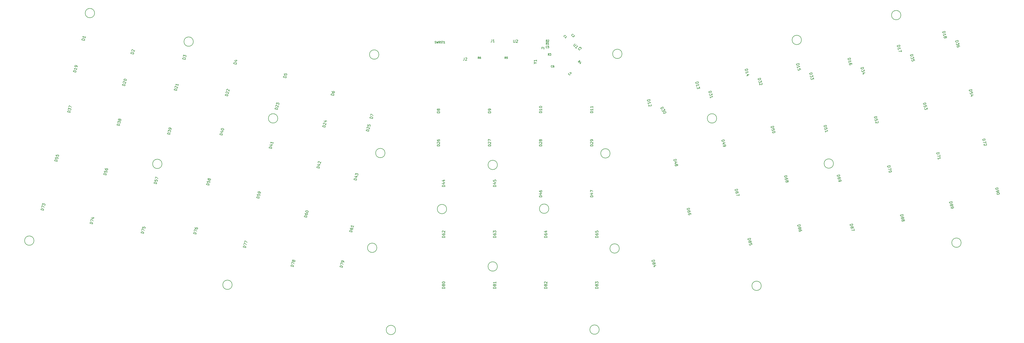
<source format=gbr>
G04 #@! TF.GenerationSoftware,KiCad,Pcbnew,(5.1.10)-1*
G04 #@! TF.CreationDate,2021-09-15T15:45:34+01:00*
G04 #@! TF.ProjectId,superlyra,73757065-726c-4797-9261-2e6b69636164,0.1*
G04 #@! TF.SameCoordinates,Original*
G04 #@! TF.FileFunction,Other,Comment*
%FSLAX46Y46*%
G04 Gerber Fmt 4.6, Leading zero omitted, Abs format (unit mm)*
G04 Created by KiCad (PCBNEW (5.1.10)-1) date 2021-09-15 15:45:34*
%MOMM*%
%LPD*%
G01*
G04 APERTURE LIST*
%ADD10C,0.150000*%
G04 APERTURE END LIST*
D10*
X61440000Y-68834000D02*
G75*
G03*
X61440000Y-68834000I-1750000J0D01*
G01*
X38834000Y-153924000D02*
G75*
G03*
X38834000Y-153924000I-1750000J0D01*
G01*
X98270000Y-79502000D02*
G75*
G03*
X98270000Y-79502000I-1750000J0D01*
G01*
X86586000Y-125222000D02*
G75*
G03*
X86586000Y-125222000I-1750000J0D01*
G01*
X112748000Y-170434000D02*
G75*
G03*
X112748000Y-170434000I-1750000J0D01*
G01*
X129766000Y-108204000D02*
G75*
G03*
X129766000Y-108204000I-1750000J0D01*
G01*
X169771000Y-121158000D02*
G75*
G03*
X169771000Y-121158000I-1750000J0D01*
G01*
X166723000Y-156591000D02*
G75*
G03*
X166723000Y-156591000I-1750000J0D01*
G01*
X173708000Y-187325000D02*
G75*
G03*
X173708000Y-187325000I-1750000J0D01*
G01*
X167485000Y-84328000D02*
G75*
G03*
X167485000Y-84328000I-1750000J0D01*
G01*
X258163000Y-84074000D02*
G75*
G03*
X258163000Y-84074000I-1750000J0D01*
G01*
X253718000Y-121285000D02*
G75*
G03*
X253718000Y-121285000I-1750000J0D01*
G01*
X257147000Y-156845000D02*
G75*
G03*
X257147000Y-156845000I-1750000J0D01*
G01*
X325092000Y-78867000D02*
G75*
G03*
X325092000Y-78867000I-1750000J0D01*
G01*
X249654000Y-187198000D02*
G75*
G03*
X249654000Y-187198000I-1750000J0D01*
G01*
X310106000Y-170815000D02*
G75*
G03*
X310106000Y-170815000I-1750000J0D01*
G01*
X337030000Y-125095000D02*
G75*
G03*
X337030000Y-125095000I-1750000J0D01*
G01*
X192758000Y-142113000D02*
G75*
G03*
X192758000Y-142113000I-1750000J0D01*
G01*
X293469000Y-108204000D02*
G75*
G03*
X293469000Y-108204000I-1750000J0D01*
G01*
X362176000Y-69596000D02*
G75*
G03*
X362176000Y-69596000I-1750000J0D01*
G01*
X211681000Y-163576000D02*
G75*
G03*
X211681000Y-163576000I-1750000J0D01*
G01*
X230858000Y-141986000D02*
G75*
G03*
X230858000Y-141986000I-1750000J0D01*
G01*
X384655000Y-154686000D02*
G75*
G03*
X384655000Y-154686000I-1750000J0D01*
G01*
X211681000Y-125603000D02*
G75*
G03*
X211681000Y-125603000I-1750000J0D01*
G01*
X231023333Y-84644666D02*
X230790000Y-84311333D01*
X230623333Y-84644666D02*
X230623333Y-83944666D01*
X230890000Y-83944666D01*
X230956666Y-83978000D01*
X230990000Y-84011333D01*
X231023333Y-84078000D01*
X231023333Y-84178000D01*
X230990000Y-84244666D01*
X230956666Y-84278000D01*
X230890000Y-84311333D01*
X230623333Y-84311333D01*
X231256666Y-83944666D02*
X231690000Y-83944666D01*
X231456666Y-84211333D01*
X231556666Y-84211333D01*
X231623333Y-84244666D01*
X231656666Y-84278000D01*
X231690000Y-84344666D01*
X231690000Y-84511333D01*
X231656666Y-84578000D01*
X231623333Y-84611333D01*
X231556666Y-84644666D01*
X231356666Y-84644666D01*
X231290000Y-84611333D01*
X231256666Y-84578000D01*
X217678095Y-78848380D02*
X217678095Y-79657904D01*
X217725714Y-79753142D01*
X217773333Y-79800761D01*
X217868571Y-79848380D01*
X218059047Y-79848380D01*
X218154285Y-79800761D01*
X218201904Y-79753142D01*
X218249523Y-79657904D01*
X218249523Y-78848380D01*
X218678095Y-78943619D02*
X218725714Y-78896000D01*
X218820952Y-78848380D01*
X219059047Y-78848380D01*
X219154285Y-78896000D01*
X219201904Y-78943619D01*
X219249523Y-79038857D01*
X219249523Y-79134095D01*
X219201904Y-79276952D01*
X218630476Y-79848380D01*
X219249523Y-79848380D01*
X239588358Y-77316649D02*
X239541218Y-77316649D01*
X239446937Y-77269509D01*
X239399796Y-77222368D01*
X239352656Y-77128088D01*
X239352656Y-77033807D01*
X239376226Y-76963096D01*
X239446937Y-76845245D01*
X239517647Y-76774534D01*
X239635498Y-76703824D01*
X239706209Y-76680253D01*
X239800490Y-76680253D01*
X239894771Y-76727394D01*
X239941911Y-76774534D01*
X239989052Y-76868815D01*
X239989052Y-76915956D01*
X240177614Y-77104517D02*
X240224754Y-77104517D01*
X240295465Y-77128088D01*
X240413316Y-77245939D01*
X240436886Y-77316649D01*
X240436886Y-77363790D01*
X240413316Y-77434501D01*
X240366175Y-77481641D01*
X240271895Y-77528781D01*
X239706209Y-77528781D01*
X240012622Y-77835194D01*
X242535860Y-82370852D02*
X242535860Y-82417992D01*
X242488720Y-82512273D01*
X242441580Y-82559414D01*
X242347299Y-82606554D01*
X242253018Y-82606554D01*
X242182307Y-82582984D01*
X242064456Y-82512273D01*
X241993745Y-82441563D01*
X241923035Y-82323712D01*
X241899464Y-82253001D01*
X241899464Y-82158720D01*
X241946605Y-82064439D01*
X241993745Y-82017299D01*
X242088026Y-81970158D01*
X242135167Y-81970158D01*
X242253018Y-81758026D02*
X242559431Y-81451613D01*
X242583001Y-81805167D01*
X242653712Y-81734456D01*
X242724422Y-81710886D01*
X242771563Y-81710886D01*
X242842273Y-81734456D01*
X242960124Y-81852307D01*
X242983695Y-81923018D01*
X242983695Y-81970158D01*
X242960124Y-82040869D01*
X242818703Y-82182290D01*
X242747992Y-82205860D01*
X242700852Y-82205860D01*
X238842700Y-91737692D02*
X238842700Y-91784832D01*
X238795560Y-91879113D01*
X238748420Y-91926254D01*
X238654139Y-91973394D01*
X238559858Y-91973394D01*
X238489147Y-91949824D01*
X238371296Y-91879113D01*
X238300585Y-91808403D01*
X238229875Y-91690552D01*
X238206304Y-91619841D01*
X238206304Y-91525560D01*
X238253445Y-91431279D01*
X238300585Y-91384139D01*
X238394866Y-91336998D01*
X238442007Y-91336998D01*
X238984122Y-91030585D02*
X239314105Y-91360568D01*
X238677709Y-90959875D02*
X238913411Y-91431279D01*
X239219824Y-91124866D01*
X230261333Y-81784000D02*
X230228000Y-81817333D01*
X230128000Y-81850666D01*
X230061333Y-81850666D01*
X229961333Y-81817333D01*
X229894666Y-81750666D01*
X229861333Y-81684000D01*
X229828000Y-81550666D01*
X229828000Y-81450666D01*
X229861333Y-81317333D01*
X229894666Y-81250666D01*
X229961333Y-81184000D01*
X230061333Y-81150666D01*
X230128000Y-81150666D01*
X230228000Y-81184000D01*
X230261333Y-81217333D01*
X230894666Y-81150666D02*
X230561333Y-81150666D01*
X230528000Y-81484000D01*
X230561333Y-81450666D01*
X230628000Y-81417333D01*
X230794666Y-81417333D01*
X230861333Y-81450666D01*
X230894666Y-81484000D01*
X230928000Y-81550666D01*
X230928000Y-81717333D01*
X230894666Y-81784000D01*
X230861333Y-81817333D01*
X230794666Y-81850666D01*
X230628000Y-81850666D01*
X230561333Y-81817333D01*
X230528000Y-81784000D01*
X199310666Y-85534380D02*
X199310666Y-86248666D01*
X199263047Y-86391523D01*
X199167809Y-86486761D01*
X199024952Y-86534380D01*
X198929714Y-86534380D01*
X199739238Y-85629619D02*
X199786857Y-85582000D01*
X199882095Y-85534380D01*
X200120190Y-85534380D01*
X200215428Y-85582000D01*
X200263047Y-85629619D01*
X200310666Y-85724857D01*
X200310666Y-85820095D01*
X200263047Y-85962952D01*
X199691619Y-86534380D01*
X200310666Y-86534380D01*
X230261333Y-80580666D02*
X230028000Y-80247333D01*
X229861333Y-80580666D02*
X229861333Y-79880666D01*
X230128000Y-79880666D01*
X230194666Y-79914000D01*
X230228000Y-79947333D01*
X230261333Y-80014000D01*
X230261333Y-80114000D01*
X230228000Y-80180666D01*
X230194666Y-80214000D01*
X230128000Y-80247333D01*
X229861333Y-80247333D01*
X230928000Y-80580666D02*
X230528000Y-80580666D01*
X230728000Y-80580666D02*
X230728000Y-79880666D01*
X230661333Y-79980666D01*
X230594666Y-80047333D01*
X230528000Y-80080666D01*
X230261333Y-79564666D02*
X230028000Y-79231333D01*
X229861333Y-79564666D02*
X229861333Y-78864666D01*
X230128000Y-78864666D01*
X230194666Y-78898000D01*
X230228000Y-78931333D01*
X230261333Y-78998000D01*
X230261333Y-79098000D01*
X230228000Y-79164666D01*
X230194666Y-79198000D01*
X230128000Y-79231333D01*
X229861333Y-79231333D01*
X230528000Y-78931333D02*
X230561333Y-78898000D01*
X230628000Y-78864666D01*
X230794666Y-78864666D01*
X230861333Y-78898000D01*
X230894666Y-78931333D01*
X230928000Y-78998000D01*
X230928000Y-79064666D01*
X230894666Y-79164666D01*
X230494666Y-79564666D01*
X230928000Y-79564666D01*
X242075364Y-87349644D02*
X242146074Y-86948950D01*
X241792521Y-87066801D02*
X242287496Y-86571826D01*
X242476057Y-86760388D01*
X242499628Y-86831099D01*
X242499628Y-86878239D01*
X242476057Y-86948950D01*
X242405347Y-87019661D01*
X242334636Y-87043231D01*
X242287496Y-87043231D01*
X242216785Y-87019661D01*
X242028223Y-86831099D01*
X242829611Y-87443925D02*
X242499628Y-87773908D01*
X242900321Y-87137512D02*
X242428917Y-87373214D01*
X242735330Y-87679627D01*
X214823333Y-85862666D02*
X214590000Y-85529333D01*
X214423333Y-85862666D02*
X214423333Y-85162666D01*
X214690000Y-85162666D01*
X214756666Y-85196000D01*
X214790000Y-85229333D01*
X214823333Y-85296000D01*
X214823333Y-85396000D01*
X214790000Y-85462666D01*
X214756666Y-85496000D01*
X214690000Y-85529333D01*
X214423333Y-85529333D01*
X215456666Y-85162666D02*
X215123333Y-85162666D01*
X215090000Y-85496000D01*
X215123333Y-85462666D01*
X215190000Y-85429333D01*
X215356666Y-85429333D01*
X215423333Y-85462666D01*
X215456666Y-85496000D01*
X215490000Y-85562666D01*
X215490000Y-85729333D01*
X215456666Y-85796000D01*
X215423333Y-85829333D01*
X215356666Y-85862666D01*
X215190000Y-85862666D01*
X215123333Y-85829333D01*
X215090000Y-85796000D01*
X204833333Y-85872666D02*
X204600000Y-85539333D01*
X204433333Y-85872666D02*
X204433333Y-85172666D01*
X204700000Y-85172666D01*
X204766666Y-85206000D01*
X204800000Y-85239333D01*
X204833333Y-85306000D01*
X204833333Y-85406000D01*
X204800000Y-85472666D01*
X204766666Y-85506000D01*
X204700000Y-85539333D01*
X204433333Y-85539333D01*
X205433333Y-85172666D02*
X205300000Y-85172666D01*
X205233333Y-85206000D01*
X205200000Y-85239333D01*
X205133333Y-85339333D01*
X205100000Y-85472666D01*
X205100000Y-85739333D01*
X205133333Y-85806000D01*
X205166666Y-85839333D01*
X205233333Y-85872666D01*
X205366666Y-85872666D01*
X205433333Y-85839333D01*
X205466666Y-85806000D01*
X205500000Y-85739333D01*
X205500000Y-85572666D01*
X205466666Y-85506000D01*
X205433333Y-85472666D01*
X205366666Y-85439333D01*
X205233333Y-85439333D01*
X205166666Y-85472666D01*
X205133333Y-85506000D01*
X205100000Y-85572666D01*
X240746732Y-80247771D02*
X240174312Y-80820191D01*
X240140640Y-80921206D01*
X240140640Y-80988550D01*
X240174312Y-81089565D01*
X240308999Y-81224252D01*
X240410014Y-81257924D01*
X240477358Y-81257924D01*
X240578373Y-81224252D01*
X241150793Y-80651832D01*
X241150793Y-82066046D02*
X240746732Y-81661985D01*
X240948762Y-81864015D02*
X241655869Y-81156909D01*
X241487510Y-81190580D01*
X241352823Y-81190580D01*
X241251808Y-81156909D01*
X209608663Y-78700380D02*
X209608663Y-79414666D01*
X209561044Y-79557523D01*
X209465806Y-79652761D01*
X209322949Y-79700380D01*
X209227711Y-79700380D01*
X210608663Y-79700380D02*
X210037235Y-79700380D01*
X210322949Y-79700380D02*
X210322949Y-78700380D01*
X210227711Y-78843238D01*
X210132473Y-78938476D01*
X210037235Y-78986095D01*
X188362666Y-80039333D02*
X188462666Y-80072666D01*
X188629333Y-80072666D01*
X188696000Y-80039333D01*
X188729333Y-80006000D01*
X188762666Y-79939333D01*
X188762666Y-79872666D01*
X188729333Y-79806000D01*
X188696000Y-79772666D01*
X188629333Y-79739333D01*
X188496000Y-79706000D01*
X188429333Y-79672666D01*
X188396000Y-79639333D01*
X188362666Y-79572666D01*
X188362666Y-79506000D01*
X188396000Y-79439333D01*
X188429333Y-79406000D01*
X188496000Y-79372666D01*
X188662666Y-79372666D01*
X188762666Y-79406000D01*
X188996000Y-79372666D02*
X189162666Y-80072666D01*
X189296000Y-79572666D01*
X189429333Y-80072666D01*
X189596000Y-79372666D01*
X190262666Y-80072666D02*
X190029333Y-79739333D01*
X189862666Y-80072666D02*
X189862666Y-79372666D01*
X190129333Y-79372666D01*
X190196000Y-79406000D01*
X190229333Y-79439333D01*
X190262666Y-79506000D01*
X190262666Y-79606000D01*
X190229333Y-79672666D01*
X190196000Y-79706000D01*
X190129333Y-79739333D01*
X189862666Y-79739333D01*
X190529333Y-80039333D02*
X190629333Y-80072666D01*
X190796000Y-80072666D01*
X190862666Y-80039333D01*
X190896000Y-80006000D01*
X190929333Y-79939333D01*
X190929333Y-79872666D01*
X190896000Y-79806000D01*
X190862666Y-79772666D01*
X190796000Y-79739333D01*
X190662666Y-79706000D01*
X190596000Y-79672666D01*
X190562666Y-79639333D01*
X190529333Y-79572666D01*
X190529333Y-79506000D01*
X190562666Y-79439333D01*
X190596000Y-79406000D01*
X190662666Y-79372666D01*
X190829333Y-79372666D01*
X190929333Y-79406000D01*
X191129333Y-79372666D02*
X191529333Y-79372666D01*
X191329333Y-80072666D02*
X191329333Y-79372666D01*
X192129333Y-80072666D02*
X191729333Y-80072666D01*
X191929333Y-80072666D02*
X191929333Y-79372666D01*
X191862666Y-79472666D01*
X191796000Y-79539333D01*
X191729333Y-79572666D01*
X236738358Y-77736649D02*
X236691218Y-77736649D01*
X236596937Y-77689509D01*
X236549796Y-77642368D01*
X236502656Y-77548088D01*
X236502656Y-77453807D01*
X236526226Y-77383096D01*
X236596937Y-77265245D01*
X236667647Y-77194534D01*
X236785498Y-77123824D01*
X236856209Y-77100253D01*
X236950490Y-77100253D01*
X237044771Y-77147394D01*
X237091911Y-77194534D01*
X237139052Y-77288815D01*
X237139052Y-77335956D01*
X237162622Y-78255194D02*
X236879779Y-77972352D01*
X237021201Y-78113773D02*
X237516175Y-77618798D01*
X237398324Y-77642368D01*
X237304043Y-77642368D01*
X237233333Y-77618798D01*
X57649933Y-79062030D02*
X56684007Y-78803211D01*
X56745631Y-78573228D01*
X56828601Y-78447563D01*
X56945244Y-78380220D01*
X57049561Y-78358873D01*
X57245872Y-78362175D01*
X57383861Y-78399149D01*
X57555522Y-78494445D01*
X57635191Y-78565091D01*
X57702534Y-78681733D01*
X57711556Y-78832047D01*
X57649933Y-79062030D01*
X58044324Y-77590143D02*
X57896427Y-78142100D01*
X57970375Y-77866121D02*
X57004450Y-77607302D01*
X57117790Y-77736269D01*
X57185133Y-77852912D01*
X57206480Y-77957229D01*
X75937933Y-84142030D02*
X74972007Y-83883211D01*
X75033631Y-83653228D01*
X75116601Y-83527563D01*
X75233244Y-83460220D01*
X75337561Y-83438873D01*
X75533872Y-83442175D01*
X75671861Y-83479149D01*
X75843522Y-83574445D01*
X75923191Y-83645091D01*
X75990534Y-83761733D01*
X75999556Y-83912047D01*
X75937933Y-84142030D01*
X75310494Y-82987931D02*
X75276823Y-82929609D01*
X75255475Y-82825292D01*
X75317099Y-82595309D01*
X75387745Y-82515641D01*
X75446066Y-82481969D01*
X75550384Y-82460622D01*
X75642377Y-82485272D01*
X75768041Y-82568242D01*
X76172102Y-83268097D01*
X76332324Y-82670143D01*
X95241933Y-86174030D02*
X94276007Y-85915211D01*
X94337631Y-85685228D01*
X94420601Y-85559563D01*
X94537244Y-85492220D01*
X94641561Y-85470873D01*
X94837872Y-85474175D01*
X94975861Y-85511149D01*
X95147522Y-85606445D01*
X95227191Y-85677091D01*
X95294534Y-85793733D01*
X95303556Y-85944047D01*
X95241933Y-86174030D01*
X94510177Y-85041278D02*
X94670398Y-84443324D01*
X94952097Y-84863897D01*
X94989071Y-84725907D01*
X95059717Y-84646239D01*
X95118038Y-84612567D01*
X95222356Y-84591220D01*
X95452338Y-84652844D01*
X95532006Y-84723490D01*
X95565678Y-84781811D01*
X95587025Y-84886128D01*
X95513077Y-85162107D01*
X95442431Y-85241775D01*
X95384110Y-85275447D01*
X114291933Y-87952030D02*
X113326007Y-87693211D01*
X113387631Y-87463228D01*
X113470601Y-87337563D01*
X113587244Y-87270220D01*
X113691561Y-87248873D01*
X113887872Y-87252175D01*
X114025861Y-87289149D01*
X114197522Y-87384445D01*
X114277191Y-87455091D01*
X114344534Y-87571733D01*
X114353556Y-87722047D01*
X114291933Y-87952030D01*
X114017724Y-86399589D02*
X114661674Y-86572136D01*
X113588128Y-86530974D02*
X114216452Y-86945827D01*
X114376673Y-86347873D01*
X132833933Y-93032030D02*
X131868007Y-92773211D01*
X131929631Y-92543228D01*
X132012601Y-92417563D01*
X132129244Y-92350220D01*
X132233561Y-92328873D01*
X132429872Y-92332175D01*
X132567861Y-92369149D01*
X132739522Y-92464445D01*
X132819191Y-92535091D01*
X132886534Y-92651733D01*
X132895556Y-92802047D01*
X132833933Y-93032030D01*
X132250073Y-91347320D02*
X132126826Y-91807285D01*
X132574466Y-91976528D01*
X132540794Y-91918207D01*
X132519447Y-91813889D01*
X132581071Y-91583907D01*
X132651717Y-91504239D01*
X132710038Y-91470567D01*
X132814356Y-91449220D01*
X133044338Y-91510844D01*
X133124006Y-91581490D01*
X133157678Y-91639811D01*
X133179025Y-91744128D01*
X133117401Y-91974111D01*
X133046755Y-92053779D01*
X132988434Y-92087451D01*
X150613933Y-99636030D02*
X149648007Y-99377211D01*
X149709631Y-99147228D01*
X149792601Y-99021563D01*
X149909244Y-98954220D01*
X150013561Y-98932873D01*
X150209872Y-98936175D01*
X150347861Y-98973149D01*
X150519522Y-99068445D01*
X150599191Y-99139091D01*
X150666534Y-99255733D01*
X150675556Y-99406047D01*
X150613933Y-99636030D01*
X150017749Y-97997316D02*
X149968450Y-98181302D01*
X149989797Y-98285620D01*
X150023468Y-98343941D01*
X150136808Y-98472908D01*
X150308470Y-98568204D01*
X150676441Y-98666801D01*
X150780759Y-98645454D01*
X150839080Y-98611783D01*
X150909726Y-98532114D01*
X150959025Y-98348128D01*
X150937678Y-98243811D01*
X150904006Y-98185490D01*
X150824338Y-98114844D01*
X150594356Y-98053220D01*
X150490038Y-98074567D01*
X150431717Y-98108239D01*
X150361071Y-98187907D01*
X150311772Y-98371893D01*
X150333119Y-98476211D01*
X150366791Y-98534532D01*
X150446459Y-98605178D01*
X165091933Y-108272030D02*
X164126007Y-108013211D01*
X164187631Y-107783228D01*
X164270601Y-107657563D01*
X164387244Y-107590220D01*
X164491561Y-107568873D01*
X164687872Y-107572175D01*
X164825861Y-107609149D01*
X164997522Y-107704445D01*
X165077191Y-107775091D01*
X165144534Y-107891733D01*
X165153556Y-108042047D01*
X165091933Y-108272030D01*
X164360177Y-107139278D02*
X164532723Y-106495327D01*
X165387726Y-107168114D01*
X190190380Y-106148095D02*
X189190380Y-106148095D01*
X189190380Y-105910000D01*
X189238000Y-105767142D01*
X189333238Y-105671904D01*
X189428476Y-105624285D01*
X189618952Y-105576666D01*
X189761809Y-105576666D01*
X189952285Y-105624285D01*
X190047523Y-105671904D01*
X190142761Y-105767142D01*
X190190380Y-105910000D01*
X190190380Y-106148095D01*
X189618952Y-105005238D02*
X189571333Y-105100476D01*
X189523714Y-105148095D01*
X189428476Y-105195714D01*
X189380857Y-105195714D01*
X189285619Y-105148095D01*
X189238000Y-105100476D01*
X189190380Y-105005238D01*
X189190380Y-104814761D01*
X189238000Y-104719523D01*
X189285619Y-104671904D01*
X189380857Y-104624285D01*
X189428476Y-104624285D01*
X189523714Y-104671904D01*
X189571333Y-104719523D01*
X189618952Y-104814761D01*
X189618952Y-105005238D01*
X189666571Y-105100476D01*
X189714190Y-105148095D01*
X189809428Y-105195714D01*
X189999904Y-105195714D01*
X190095142Y-105148095D01*
X190142761Y-105100476D01*
X190190380Y-105005238D01*
X190190380Y-104814761D01*
X190142761Y-104719523D01*
X190095142Y-104671904D01*
X189999904Y-104624285D01*
X189809428Y-104624285D01*
X189714190Y-104671904D01*
X189666571Y-104719523D01*
X189618952Y-104814761D01*
X209240380Y-106148095D02*
X208240380Y-106148095D01*
X208240380Y-105910000D01*
X208288000Y-105767142D01*
X208383238Y-105671904D01*
X208478476Y-105624285D01*
X208668952Y-105576666D01*
X208811809Y-105576666D01*
X209002285Y-105624285D01*
X209097523Y-105671904D01*
X209192761Y-105767142D01*
X209240380Y-105910000D01*
X209240380Y-106148095D01*
X209240380Y-105100476D02*
X209240380Y-104910000D01*
X209192761Y-104814761D01*
X209145142Y-104767142D01*
X209002285Y-104671904D01*
X208811809Y-104624285D01*
X208430857Y-104624285D01*
X208335619Y-104671904D01*
X208288000Y-104719523D01*
X208240380Y-104814761D01*
X208240380Y-105005238D01*
X208288000Y-105100476D01*
X208335619Y-105148095D01*
X208430857Y-105195714D01*
X208668952Y-105195714D01*
X208764190Y-105148095D01*
X208811809Y-105100476D01*
X208859428Y-105005238D01*
X208859428Y-104814761D01*
X208811809Y-104719523D01*
X208764190Y-104671904D01*
X208668952Y-104624285D01*
X228290380Y-106116285D02*
X227290380Y-106116285D01*
X227290380Y-105878190D01*
X227338000Y-105735333D01*
X227433238Y-105640095D01*
X227528476Y-105592476D01*
X227718952Y-105544857D01*
X227861809Y-105544857D01*
X228052285Y-105592476D01*
X228147523Y-105640095D01*
X228242761Y-105735333D01*
X228290380Y-105878190D01*
X228290380Y-106116285D01*
X228290380Y-104592476D02*
X228290380Y-105163904D01*
X228290380Y-104878190D02*
X227290380Y-104878190D01*
X227433238Y-104973428D01*
X227528476Y-105068666D01*
X227576095Y-105163904D01*
X227290380Y-103973428D02*
X227290380Y-103878190D01*
X227338000Y-103782952D01*
X227385619Y-103735333D01*
X227480857Y-103687714D01*
X227671333Y-103640095D01*
X227909428Y-103640095D01*
X228099904Y-103687714D01*
X228195142Y-103735333D01*
X228242761Y-103782952D01*
X228290380Y-103878190D01*
X228290380Y-103973428D01*
X228242761Y-104068666D01*
X228195142Y-104116285D01*
X228099904Y-104163904D01*
X227909428Y-104211523D01*
X227671333Y-104211523D01*
X227480857Y-104163904D01*
X227385619Y-104116285D01*
X227338000Y-104068666D01*
X227290380Y-103973428D01*
X247340380Y-106116285D02*
X246340380Y-106116285D01*
X246340380Y-105878190D01*
X246388000Y-105735333D01*
X246483238Y-105640095D01*
X246578476Y-105592476D01*
X246768952Y-105544857D01*
X246911809Y-105544857D01*
X247102285Y-105592476D01*
X247197523Y-105640095D01*
X247292761Y-105735333D01*
X247340380Y-105878190D01*
X247340380Y-106116285D01*
X247340380Y-104592476D02*
X247340380Y-105163904D01*
X247340380Y-104878190D02*
X246340380Y-104878190D01*
X246483238Y-104973428D01*
X246578476Y-105068666D01*
X246626095Y-105163904D01*
X247340380Y-103640095D02*
X247340380Y-104211523D01*
X247340380Y-103925809D02*
X246340380Y-103925809D01*
X246483238Y-104021047D01*
X246578476Y-104116285D01*
X246626095Y-104211523D01*
X267583304Y-101386588D02*
X268549230Y-101127769D01*
X268610853Y-101357752D01*
X268601831Y-101508066D01*
X268534487Y-101624708D01*
X268454819Y-101695354D01*
X268283158Y-101790649D01*
X268145169Y-101827624D01*
X267948858Y-101830926D01*
X267844540Y-101809579D01*
X267727898Y-101742235D01*
X267644927Y-101616571D01*
X267583304Y-101386588D01*
X267977695Y-102858475D02*
X267829798Y-102306518D01*
X267903746Y-102582497D02*
X268869672Y-102323677D01*
X268707033Y-102268659D01*
X268590391Y-102201315D01*
X268519745Y-102121647D01*
X268950225Y-102992277D02*
X269008547Y-103025949D01*
X269079192Y-103105617D01*
X269140816Y-103335600D01*
X269119469Y-103439917D01*
X269085797Y-103498239D01*
X269006129Y-103568885D01*
X268914136Y-103593534D01*
X268763822Y-103584512D01*
X268063968Y-103180451D01*
X268224189Y-103778405D01*
X285617304Y-94782588D02*
X286583230Y-94523769D01*
X286644853Y-94753752D01*
X286635831Y-94904066D01*
X286568487Y-95020708D01*
X286488819Y-95091354D01*
X286317158Y-95186649D01*
X286179169Y-95223624D01*
X285982858Y-95226926D01*
X285878540Y-95205579D01*
X285761898Y-95138235D01*
X285678927Y-95012571D01*
X285617304Y-94782588D01*
X286011695Y-96254475D02*
X285863798Y-95702518D01*
X285937746Y-95978497D02*
X286903672Y-95719677D01*
X286741033Y-95664659D01*
X286624391Y-95597315D01*
X286553745Y-95517647D01*
X287063894Y-96317632D02*
X287224115Y-96915586D01*
X286769870Y-96692208D01*
X286806844Y-96830198D01*
X286785497Y-96934515D01*
X286751825Y-96992836D01*
X286672157Y-97063482D01*
X286442175Y-97125106D01*
X286337857Y-97103759D01*
X286279536Y-97070087D01*
X286208890Y-96990419D01*
X286134942Y-96714440D01*
X286156289Y-96610122D01*
X286189961Y-96551801D01*
X304032304Y-89956588D02*
X304998230Y-89697769D01*
X305059853Y-89927752D01*
X305050831Y-90078066D01*
X304983487Y-90194708D01*
X304903819Y-90265354D01*
X304732158Y-90360649D01*
X304594169Y-90397624D01*
X304397858Y-90400926D01*
X304293540Y-90379579D01*
X304176898Y-90312235D01*
X304093927Y-90186571D01*
X304032304Y-89956588D01*
X304426695Y-91428475D02*
X304278798Y-90876518D01*
X304352746Y-91152497D02*
X305318672Y-90893677D01*
X305156033Y-90838659D01*
X305039391Y-90771315D01*
X304968745Y-90691647D01*
X305292490Y-92083866D02*
X304648540Y-92256412D01*
X305598838Y-91755286D02*
X304847268Y-91710174D01*
X305007489Y-92308128D01*
X323209304Y-87924588D02*
X324175230Y-87665769D01*
X324236853Y-87895752D01*
X324227831Y-88046066D01*
X324160487Y-88162708D01*
X324080819Y-88233354D01*
X323909158Y-88328649D01*
X323771169Y-88365624D01*
X323574858Y-88368926D01*
X323470540Y-88347579D01*
X323353898Y-88280235D01*
X323270927Y-88154571D01*
X323209304Y-87924588D01*
X323603695Y-89396475D02*
X323455798Y-88844518D01*
X323529746Y-89120497D02*
X324495672Y-88861677D01*
X324333033Y-88806659D01*
X324216391Y-88739315D01*
X324145745Y-88659647D01*
X324803790Y-90011589D02*
X324680543Y-89551625D01*
X324208254Y-89628875D01*
X324266575Y-89662547D01*
X324337221Y-89742215D01*
X324398844Y-89972198D01*
X324377497Y-90076515D01*
X324343825Y-90134836D01*
X324264157Y-90205482D01*
X324034175Y-90267106D01*
X323929857Y-90245759D01*
X323871536Y-90212087D01*
X323800890Y-90132419D01*
X323739267Y-89902436D01*
X323760614Y-89798119D01*
X323794285Y-89739798D01*
X342386304Y-85892588D02*
X343352230Y-85633769D01*
X343413853Y-85863752D01*
X343404831Y-86014066D01*
X343337487Y-86130708D01*
X343257819Y-86201354D01*
X343086158Y-86296649D01*
X342948169Y-86333624D01*
X342751858Y-86336926D01*
X342647540Y-86315579D01*
X342530898Y-86248235D01*
X342447927Y-86122571D01*
X342386304Y-85892588D01*
X342780695Y-87364475D02*
X342632798Y-86812518D01*
X342706746Y-87088497D02*
X343672672Y-86829677D01*
X343510033Y-86774659D01*
X343393391Y-86707315D01*
X343322745Y-86627647D01*
X343968465Y-87933593D02*
X343919167Y-87749607D01*
X343848521Y-87669939D01*
X343790199Y-87636267D01*
X343627561Y-87581248D01*
X343431250Y-87584550D01*
X343063278Y-87683148D01*
X342983610Y-87753794D01*
X342949938Y-87812115D01*
X342928591Y-87916433D01*
X342977890Y-88100419D01*
X343048536Y-88180087D01*
X343106857Y-88213759D01*
X343211175Y-88235106D01*
X343441157Y-88173482D01*
X343520825Y-88102836D01*
X343554497Y-88044515D01*
X343575844Y-87940198D01*
X343526545Y-87756212D01*
X343455899Y-87676543D01*
X343397578Y-87642872D01*
X343293261Y-87621525D01*
X360801304Y-81066588D02*
X361767230Y-80807769D01*
X361828853Y-81037752D01*
X361819831Y-81188066D01*
X361752487Y-81304708D01*
X361672819Y-81375354D01*
X361501158Y-81470649D01*
X361363169Y-81507624D01*
X361166858Y-81510926D01*
X361062540Y-81489579D01*
X360945898Y-81422235D01*
X360862927Y-81296571D01*
X360801304Y-81066588D01*
X361195695Y-82538475D02*
X361047798Y-81986518D01*
X361121746Y-82262497D02*
X362087672Y-82003677D01*
X361925033Y-81948659D01*
X361808391Y-81881315D01*
X361737745Y-81801647D01*
X362247894Y-82601632D02*
X362420440Y-83245582D01*
X361343591Y-83090433D01*
X377692304Y-75859588D02*
X378658230Y-75600769D01*
X378719853Y-75830752D01*
X378710831Y-75981066D01*
X378643487Y-76097708D01*
X378563819Y-76168354D01*
X378392158Y-76263649D01*
X378254169Y-76300624D01*
X378057858Y-76303926D01*
X377953540Y-76282579D01*
X377836898Y-76215235D01*
X377753927Y-76089571D01*
X377692304Y-75859588D01*
X378086695Y-77331475D02*
X377938798Y-76779518D01*
X378012746Y-77055497D02*
X378978672Y-76796677D01*
X378816033Y-76741659D01*
X378699391Y-76674315D01*
X378628745Y-76594647D01*
X378786549Y-77735536D02*
X378807896Y-77631219D01*
X378841568Y-77572898D01*
X378921236Y-77502252D01*
X378967232Y-77489927D01*
X379071550Y-77511274D01*
X379129871Y-77544946D01*
X379200517Y-77624614D01*
X379249816Y-77808600D01*
X379228469Y-77912917D01*
X379194797Y-77971239D01*
X379115129Y-78041885D01*
X379069133Y-78054209D01*
X378964815Y-78032862D01*
X378906494Y-77999190D01*
X378835848Y-77919522D01*
X378786549Y-77735536D01*
X378715903Y-77655868D01*
X378657582Y-77622196D01*
X378553264Y-77600849D01*
X378369278Y-77650148D01*
X378289610Y-77720794D01*
X378255938Y-77779115D01*
X378234591Y-77883433D01*
X378283890Y-78067419D01*
X378354536Y-78147087D01*
X378412857Y-78180759D01*
X378517175Y-78202106D01*
X378701161Y-78152807D01*
X378780829Y-78082161D01*
X378814501Y-78023840D01*
X378835848Y-77919522D01*
X54478686Y-90951995D02*
X53512760Y-90693176D01*
X53574383Y-90463194D01*
X53657354Y-90337529D01*
X53773996Y-90270186D01*
X53878314Y-90248839D01*
X54074625Y-90252141D01*
X54212614Y-90289115D01*
X54384275Y-90384411D01*
X54463943Y-90455056D01*
X54531287Y-90571699D01*
X54540309Y-90722013D01*
X54478686Y-90951995D01*
X54873077Y-89480108D02*
X54725180Y-90032066D01*
X54799128Y-89756087D02*
X53833202Y-89497268D01*
X53946542Y-89626235D01*
X54013886Y-89742877D01*
X54035233Y-89847195D01*
X54996324Y-89020144D02*
X55045623Y-88836158D01*
X55024276Y-88731840D01*
X54990604Y-88673519D01*
X54877264Y-88544552D01*
X54705603Y-88449256D01*
X54337631Y-88350659D01*
X54233313Y-88372006D01*
X54174992Y-88405678D01*
X54104346Y-88485346D01*
X54055047Y-88669332D01*
X54076394Y-88773649D01*
X54110066Y-88831970D01*
X54189734Y-88902616D01*
X54419717Y-88964240D01*
X54524034Y-88942893D01*
X54582356Y-88909221D01*
X54653001Y-88829553D01*
X54702300Y-88645567D01*
X54680953Y-88541249D01*
X54647282Y-88482928D01*
X54567613Y-88412282D01*
X72766686Y-96031995D02*
X71800760Y-95773176D01*
X71862383Y-95543194D01*
X71945354Y-95417529D01*
X72061996Y-95350186D01*
X72166314Y-95328839D01*
X72362625Y-95332141D01*
X72500614Y-95369115D01*
X72672275Y-95464411D01*
X72751943Y-95535056D01*
X72819287Y-95651699D01*
X72828309Y-95802013D01*
X72766686Y-96031995D01*
X72139247Y-94877896D02*
X72105575Y-94819575D01*
X72084228Y-94715257D01*
X72145852Y-94485275D01*
X72216498Y-94405607D01*
X72274819Y-94371935D01*
X72379137Y-94350588D01*
X72471130Y-94375238D01*
X72596794Y-94458208D01*
X73000855Y-95158062D01*
X73161077Y-94560108D01*
X72355372Y-93703335D02*
X72380022Y-93611342D01*
X72450667Y-93531674D01*
X72508989Y-93498002D01*
X72613306Y-93476655D01*
X72809617Y-93479958D01*
X73039599Y-93541581D01*
X73211260Y-93636877D01*
X73290929Y-93707522D01*
X73324600Y-93765844D01*
X73345947Y-93870161D01*
X73321298Y-93962154D01*
X73250652Y-94041822D01*
X73192331Y-94075494D01*
X73088013Y-94096841D01*
X72891703Y-94093539D01*
X72661720Y-94031915D01*
X72490059Y-93936620D01*
X72410391Y-93865974D01*
X72376719Y-93807653D01*
X72355372Y-93703335D01*
X92070686Y-97809993D02*
X91104760Y-97551174D01*
X91166383Y-97321192D01*
X91249354Y-97195527D01*
X91365996Y-97128184D01*
X91470314Y-97106837D01*
X91666625Y-97110139D01*
X91804614Y-97147113D01*
X91976275Y-97242409D01*
X92055943Y-97313054D01*
X92123287Y-97429697D01*
X92132309Y-97580011D01*
X92070686Y-97809993D01*
X91443247Y-96655894D02*
X91409575Y-96597573D01*
X91388228Y-96493255D01*
X91449852Y-96263273D01*
X91520498Y-96183605D01*
X91578819Y-96149933D01*
X91683137Y-96128586D01*
X91775130Y-96153236D01*
X91900794Y-96236206D01*
X92304855Y-96936060D01*
X92465077Y-96338106D01*
X92711571Y-95418177D02*
X92563674Y-95970135D01*
X92637623Y-95694156D02*
X91671697Y-95435337D01*
X91785037Y-95564304D01*
X91852380Y-95680946D01*
X91873727Y-95785264D01*
X111120686Y-99841995D02*
X110154760Y-99583176D01*
X110216383Y-99353194D01*
X110299354Y-99227529D01*
X110415996Y-99160186D01*
X110520314Y-99138839D01*
X110716625Y-99142141D01*
X110854614Y-99179115D01*
X111026275Y-99274411D01*
X111105943Y-99345056D01*
X111173287Y-99461699D01*
X111182309Y-99612013D01*
X111120686Y-99841995D01*
X110493247Y-98687896D02*
X110459575Y-98629575D01*
X110438228Y-98525257D01*
X110499852Y-98295275D01*
X110570498Y-98215607D01*
X110628819Y-98181935D01*
X110733137Y-98160588D01*
X110825130Y-98185238D01*
X110950794Y-98268208D01*
X111354855Y-98968062D01*
X111515077Y-98370108D01*
X110739741Y-97767967D02*
X110706070Y-97709646D01*
X110684723Y-97605328D01*
X110746346Y-97375346D01*
X110816992Y-97295678D01*
X110875313Y-97262006D01*
X110979631Y-97240659D01*
X111071624Y-97265308D01*
X111197289Y-97348279D01*
X111601350Y-98048133D01*
X111761571Y-97450179D01*
X129662686Y-104921995D02*
X128696760Y-104663176D01*
X128758383Y-104433194D01*
X128841354Y-104307529D01*
X128957996Y-104240186D01*
X129062314Y-104218839D01*
X129258625Y-104222141D01*
X129396614Y-104259115D01*
X129568275Y-104354411D01*
X129647943Y-104425056D01*
X129715287Y-104541699D01*
X129724309Y-104692013D01*
X129662686Y-104921995D01*
X129035247Y-103767896D02*
X129001575Y-103709575D01*
X128980228Y-103605257D01*
X129041852Y-103375275D01*
X129112498Y-103295607D01*
X129170819Y-103261935D01*
X129275137Y-103240588D01*
X129367130Y-103265238D01*
X129492794Y-103348208D01*
X129896855Y-104048062D01*
X130057077Y-103450108D01*
X129177424Y-102869314D02*
X129337645Y-102271360D01*
X129619344Y-102691933D01*
X129656318Y-102553943D01*
X129726964Y-102474275D01*
X129785285Y-102440603D01*
X129889603Y-102419256D01*
X130119585Y-102480880D01*
X130199253Y-102551526D01*
X130232925Y-102609847D01*
X130254272Y-102714165D01*
X130180324Y-102990144D01*
X130109678Y-103069812D01*
X130051357Y-103103484D01*
X147442686Y-111525995D02*
X146476760Y-111267176D01*
X146538383Y-111037194D01*
X146621354Y-110911529D01*
X146737996Y-110844186D01*
X146842314Y-110822839D01*
X147038625Y-110826141D01*
X147176614Y-110863115D01*
X147348275Y-110958411D01*
X147427943Y-111029056D01*
X147495287Y-111145699D01*
X147504309Y-111296013D01*
X147442686Y-111525995D01*
X146815247Y-110371896D02*
X146781575Y-110313575D01*
X146760228Y-110209257D01*
X146821852Y-109979275D01*
X146892498Y-109899607D01*
X146950819Y-109865935D01*
X147055137Y-109844588D01*
X147147130Y-109869238D01*
X147272794Y-109952208D01*
X147676855Y-110652062D01*
X147837077Y-110054108D01*
X147414971Y-109053626D02*
X148058921Y-109226172D01*
X146985376Y-109185010D02*
X147613699Y-109599864D01*
X147773920Y-109001909D01*
X163698686Y-113049994D02*
X162732760Y-112791175D01*
X162794383Y-112561193D01*
X162877354Y-112435528D01*
X162993996Y-112368185D01*
X163098314Y-112346838D01*
X163294625Y-112350140D01*
X163432614Y-112387114D01*
X163604275Y-112482410D01*
X163683943Y-112553055D01*
X163751287Y-112669698D01*
X163760309Y-112820012D01*
X163698686Y-113049994D01*
X163071247Y-111895895D02*
X163037575Y-111837574D01*
X163016228Y-111733256D01*
X163077852Y-111503274D01*
X163148498Y-111423606D01*
X163206819Y-111389934D01*
X163311137Y-111368587D01*
X163403130Y-111393237D01*
X163528794Y-111476207D01*
X163932855Y-112176061D01*
X164093077Y-111578107D01*
X163361320Y-110445355D02*
X163238073Y-110905320D01*
X163685713Y-111074564D01*
X163652041Y-111016242D01*
X163630694Y-110911925D01*
X163692318Y-110681942D01*
X163762964Y-110602274D01*
X163821285Y-110568602D01*
X163925603Y-110547255D01*
X164155585Y-110608879D01*
X164235253Y-110679525D01*
X164268925Y-110737846D01*
X164290272Y-110842164D01*
X164228648Y-111072146D01*
X164158003Y-111151814D01*
X164099681Y-111185486D01*
X190190380Y-118562285D02*
X189190380Y-118562285D01*
X189190380Y-118324190D01*
X189238000Y-118181333D01*
X189333238Y-118086095D01*
X189428476Y-118038476D01*
X189618952Y-117990857D01*
X189761809Y-117990857D01*
X189952285Y-118038476D01*
X190047523Y-118086095D01*
X190142761Y-118181333D01*
X190190380Y-118324190D01*
X190190380Y-118562285D01*
X189285619Y-117609904D02*
X189238000Y-117562285D01*
X189190380Y-117467047D01*
X189190380Y-117228952D01*
X189238000Y-117133714D01*
X189285619Y-117086095D01*
X189380857Y-117038476D01*
X189476095Y-117038476D01*
X189618952Y-117086095D01*
X190190380Y-117657523D01*
X190190380Y-117038476D01*
X189190380Y-116181333D02*
X189190380Y-116371809D01*
X189238000Y-116467047D01*
X189285619Y-116514666D01*
X189428476Y-116609904D01*
X189618952Y-116657523D01*
X189999904Y-116657523D01*
X190095142Y-116609904D01*
X190142761Y-116562285D01*
X190190380Y-116467047D01*
X190190380Y-116276571D01*
X190142761Y-116181333D01*
X190095142Y-116133714D01*
X189999904Y-116086095D01*
X189761809Y-116086095D01*
X189666571Y-116133714D01*
X189618952Y-116181333D01*
X189571333Y-116276571D01*
X189571333Y-116467047D01*
X189618952Y-116562285D01*
X189666571Y-116609904D01*
X189761809Y-116657523D01*
X209240380Y-118562285D02*
X208240380Y-118562285D01*
X208240380Y-118324190D01*
X208288000Y-118181333D01*
X208383238Y-118086095D01*
X208478476Y-118038476D01*
X208668952Y-117990857D01*
X208811809Y-117990857D01*
X209002285Y-118038476D01*
X209097523Y-118086095D01*
X209192761Y-118181333D01*
X209240380Y-118324190D01*
X209240380Y-118562285D01*
X208335619Y-117609904D02*
X208288000Y-117562285D01*
X208240380Y-117467047D01*
X208240380Y-117228952D01*
X208288000Y-117133714D01*
X208335619Y-117086095D01*
X208430857Y-117038476D01*
X208526095Y-117038476D01*
X208668952Y-117086095D01*
X209240380Y-117657523D01*
X209240380Y-117038476D01*
X208240380Y-116705142D02*
X208240380Y-116038476D01*
X209240380Y-116467047D01*
X228290380Y-118562285D02*
X227290380Y-118562285D01*
X227290380Y-118324190D01*
X227338000Y-118181333D01*
X227433238Y-118086095D01*
X227528476Y-118038476D01*
X227718952Y-117990857D01*
X227861809Y-117990857D01*
X228052285Y-118038476D01*
X228147523Y-118086095D01*
X228242761Y-118181333D01*
X228290380Y-118324190D01*
X228290380Y-118562285D01*
X227385619Y-117609904D02*
X227338000Y-117562285D01*
X227290380Y-117467047D01*
X227290380Y-117228952D01*
X227338000Y-117133714D01*
X227385619Y-117086095D01*
X227480857Y-117038476D01*
X227576095Y-117038476D01*
X227718952Y-117086095D01*
X228290380Y-117657523D01*
X228290380Y-117038476D01*
X227718952Y-116467047D02*
X227671333Y-116562285D01*
X227623714Y-116609904D01*
X227528476Y-116657523D01*
X227480857Y-116657523D01*
X227385619Y-116609904D01*
X227338000Y-116562285D01*
X227290380Y-116467047D01*
X227290380Y-116276571D01*
X227338000Y-116181333D01*
X227385619Y-116133714D01*
X227480857Y-116086095D01*
X227528476Y-116086095D01*
X227623714Y-116133714D01*
X227671333Y-116181333D01*
X227718952Y-116276571D01*
X227718952Y-116467047D01*
X227766571Y-116562285D01*
X227814190Y-116609904D01*
X227909428Y-116657523D01*
X228099904Y-116657523D01*
X228195142Y-116609904D01*
X228242761Y-116562285D01*
X228290380Y-116467047D01*
X228290380Y-116276571D01*
X228242761Y-116181333D01*
X228195142Y-116133714D01*
X228099904Y-116086095D01*
X227909428Y-116086095D01*
X227814190Y-116133714D01*
X227766571Y-116181333D01*
X227718952Y-116276571D01*
X247340380Y-118562285D02*
X246340380Y-118562285D01*
X246340380Y-118324190D01*
X246388000Y-118181333D01*
X246483238Y-118086095D01*
X246578476Y-118038476D01*
X246768952Y-117990857D01*
X246911809Y-117990857D01*
X247102285Y-118038476D01*
X247197523Y-118086095D01*
X247292761Y-118181333D01*
X247340380Y-118324190D01*
X247340380Y-118562285D01*
X246435619Y-117609904D02*
X246388000Y-117562285D01*
X246340380Y-117467047D01*
X246340380Y-117228952D01*
X246388000Y-117133714D01*
X246435619Y-117086095D01*
X246530857Y-117038476D01*
X246626095Y-117038476D01*
X246768952Y-117086095D01*
X247340380Y-117657523D01*
X247340380Y-117038476D01*
X247340380Y-116562285D02*
X247340380Y-116371809D01*
X247292761Y-116276571D01*
X247245142Y-116228952D01*
X247102285Y-116133714D01*
X246911809Y-116086095D01*
X246530857Y-116086095D01*
X246435619Y-116133714D01*
X246388000Y-116181333D01*
X246340380Y-116276571D01*
X246340380Y-116467047D01*
X246388000Y-116562285D01*
X246435619Y-116609904D01*
X246530857Y-116657523D01*
X246768952Y-116657523D01*
X246864190Y-116609904D01*
X246911809Y-116562285D01*
X246959428Y-116467047D01*
X246959428Y-116276571D01*
X246911809Y-116181333D01*
X246864190Y-116133714D01*
X246768952Y-116086095D01*
X272566904Y-104375571D02*
X273432930Y-103875571D01*
X273551977Y-104081767D01*
X273582167Y-104229295D01*
X273547307Y-104359392D01*
X273488638Y-104448251D01*
X273347490Y-104584728D01*
X273223772Y-104656157D01*
X273035006Y-104710155D01*
X272928717Y-104716535D01*
X272798620Y-104681676D01*
X272685952Y-104581767D01*
X272566904Y-104375571D01*
X273885311Y-104659117D02*
X274194834Y-105195228D01*
X273698253Y-105097030D01*
X273769682Y-105220747D01*
X273776062Y-105327036D01*
X273758632Y-105392084D01*
X273699963Y-105480943D01*
X273493766Y-105599990D01*
X273387478Y-105606370D01*
X273322429Y-105588940D01*
X273233571Y-105530271D01*
X273090714Y-105282835D01*
X273084334Y-105176547D01*
X273101764Y-105111498D01*
X274504358Y-105731339D02*
X274551977Y-105813818D01*
X274558357Y-105920106D01*
X274540927Y-105985155D01*
X274482258Y-106074013D01*
X274341110Y-106210491D01*
X274134914Y-106329538D01*
X273946147Y-106383537D01*
X273839859Y-106389917D01*
X273774810Y-106372487D01*
X273685952Y-106313818D01*
X273638333Y-106231339D01*
X273631953Y-106125051D01*
X273649383Y-106060002D01*
X273708052Y-105971144D01*
X273849200Y-105834667D01*
X274055396Y-105715619D01*
X274244163Y-105661620D01*
X274350451Y-105655241D01*
X274415500Y-105672670D01*
X274504358Y-105731339D01*
X290480802Y-98212700D02*
X291446728Y-97953881D01*
X291508351Y-98183864D01*
X291499329Y-98334178D01*
X291431985Y-98450820D01*
X291352317Y-98521466D01*
X291180656Y-98616761D01*
X291042667Y-98653736D01*
X290846356Y-98657038D01*
X290742038Y-98635691D01*
X290625396Y-98568347D01*
X290542425Y-98442683D01*
X290480802Y-98212700D01*
X291680897Y-98827814D02*
X291841119Y-99425768D01*
X291386874Y-99202391D01*
X291423848Y-99340380D01*
X291402501Y-99444698D01*
X291368829Y-99503019D01*
X291289161Y-99573665D01*
X291059179Y-99635288D01*
X290954861Y-99613941D01*
X290896540Y-99580270D01*
X290825894Y-99500601D01*
X290751946Y-99224623D01*
X290773293Y-99120305D01*
X290806964Y-99061984D01*
X291121687Y-100604517D02*
X290973790Y-100052559D01*
X291047739Y-100328538D02*
X292013665Y-100069719D01*
X291851026Y-100014700D01*
X291734383Y-99947357D01*
X291663737Y-99867688D01*
X308895802Y-93386700D02*
X309861728Y-93127881D01*
X309923351Y-93357864D01*
X309914329Y-93508178D01*
X309846985Y-93624820D01*
X309767317Y-93695466D01*
X309595656Y-93790761D01*
X309457667Y-93827736D01*
X309261356Y-93831038D01*
X309157038Y-93809691D01*
X309040396Y-93742347D01*
X308957425Y-93616683D01*
X308895802Y-93386700D01*
X310095897Y-94001814D02*
X310256119Y-94599768D01*
X309801874Y-94376391D01*
X309838848Y-94514380D01*
X309817501Y-94618698D01*
X309783829Y-94677019D01*
X309704161Y-94747665D01*
X309474179Y-94809288D01*
X309369861Y-94787941D01*
X309311540Y-94754270D01*
X309240894Y-94674601D01*
X309166946Y-94398623D01*
X309188293Y-94294305D01*
X309221964Y-94235984D01*
X310262723Y-94992389D02*
X310321045Y-95026061D01*
X310391690Y-95105729D01*
X310453314Y-95335712D01*
X310431967Y-95440029D01*
X310398295Y-95498351D01*
X310318627Y-95568997D01*
X310226634Y-95593646D01*
X310076320Y-95584624D01*
X309376466Y-95180563D01*
X309536687Y-95778517D01*
X328072802Y-91354700D02*
X329038728Y-91095881D01*
X329100351Y-91325864D01*
X329091329Y-91476178D01*
X329023985Y-91592820D01*
X328944317Y-91663466D01*
X328772656Y-91758761D01*
X328634667Y-91795736D01*
X328438356Y-91799038D01*
X328334038Y-91777691D01*
X328217396Y-91710347D01*
X328134425Y-91584683D01*
X328072802Y-91354700D01*
X329272897Y-91969814D02*
X329433119Y-92567768D01*
X328978874Y-92344391D01*
X329015848Y-92482380D01*
X328994501Y-92586698D01*
X328960829Y-92645019D01*
X328881161Y-92715665D01*
X328651179Y-92777288D01*
X328546861Y-92755941D01*
X328488540Y-92722270D01*
X328417894Y-92642601D01*
X328343946Y-92366623D01*
X328365293Y-92262305D01*
X328398964Y-92203984D01*
X329519392Y-92889744D02*
X329679613Y-93487698D01*
X329225368Y-93264320D01*
X329262342Y-93402310D01*
X329240995Y-93506627D01*
X329207323Y-93564948D01*
X329127655Y-93635594D01*
X328897673Y-93697218D01*
X328793355Y-93675871D01*
X328735034Y-93642199D01*
X328664388Y-93562531D01*
X328590440Y-93286552D01*
X328611787Y-93182234D01*
X328645459Y-93123913D01*
X347249802Y-89322700D02*
X348215728Y-89063881D01*
X348277351Y-89293864D01*
X348268329Y-89444178D01*
X348200985Y-89560820D01*
X348121317Y-89631466D01*
X347949656Y-89726761D01*
X347811667Y-89763736D01*
X347615356Y-89767038D01*
X347511038Y-89745691D01*
X347394396Y-89678347D01*
X347311425Y-89552683D01*
X347249802Y-89322700D01*
X348449897Y-89937814D02*
X348610119Y-90535768D01*
X348155874Y-90312391D01*
X348192848Y-90450380D01*
X348171501Y-90554698D01*
X348137829Y-90613019D01*
X348058161Y-90683665D01*
X347828179Y-90745288D01*
X347723861Y-90723941D01*
X347665540Y-90690270D01*
X347594894Y-90610601D01*
X347520946Y-90334623D01*
X347542293Y-90230305D01*
X347575964Y-90171984D01*
X348509988Y-91449978D02*
X347866038Y-91622524D01*
X348816336Y-91121398D02*
X348064766Y-91076286D01*
X348224987Y-91674240D01*
X365664802Y-84496700D02*
X366630728Y-84237881D01*
X366692351Y-84467864D01*
X366683329Y-84618178D01*
X366615985Y-84734820D01*
X366536317Y-84805466D01*
X366364656Y-84900761D01*
X366226667Y-84937736D01*
X366030356Y-84941038D01*
X365926038Y-84919691D01*
X365809396Y-84852347D01*
X365726425Y-84726683D01*
X365664802Y-84496700D01*
X366864897Y-85111814D02*
X367025119Y-85709768D01*
X366570874Y-85486391D01*
X366607848Y-85624380D01*
X366586501Y-85728698D01*
X366552829Y-85787019D01*
X366473161Y-85857665D01*
X366243179Y-85919288D01*
X366138861Y-85897941D01*
X366080540Y-85864270D01*
X366009894Y-85784601D01*
X365935946Y-85508623D01*
X365957293Y-85404305D01*
X365990964Y-85345984D01*
X367259288Y-86583701D02*
X367136041Y-86123737D01*
X366663752Y-86200987D01*
X366722073Y-86234659D01*
X366792719Y-86314327D01*
X366854342Y-86544310D01*
X366832995Y-86648627D01*
X366799323Y-86706948D01*
X366719655Y-86777594D01*
X366489673Y-86839218D01*
X366385355Y-86817871D01*
X366327034Y-86784199D01*
X366256388Y-86704531D01*
X366194765Y-86474548D01*
X366216112Y-86370231D01*
X366249783Y-86311910D01*
X382555802Y-79289700D02*
X383521728Y-79030881D01*
X383583351Y-79260864D01*
X383574329Y-79411178D01*
X383506985Y-79527820D01*
X383427317Y-79598466D01*
X383255656Y-79693761D01*
X383117667Y-79730736D01*
X382921356Y-79734038D01*
X382817038Y-79712691D01*
X382700396Y-79645347D01*
X382617425Y-79519683D01*
X382555802Y-79289700D01*
X383755897Y-79904814D02*
X383916119Y-80502768D01*
X383461874Y-80279391D01*
X383498848Y-80417380D01*
X383477501Y-80521698D01*
X383443829Y-80580019D01*
X383364161Y-80650665D01*
X383134179Y-80712288D01*
X383029861Y-80690941D01*
X382971540Y-80657270D01*
X382900894Y-80577601D01*
X382826946Y-80301623D01*
X382848293Y-80197305D01*
X382881964Y-80138984D01*
X384137963Y-81330705D02*
X384088665Y-81146719D01*
X384018019Y-81067051D01*
X383959697Y-81033379D01*
X383797059Y-80978360D01*
X383600748Y-80981662D01*
X383232776Y-81080260D01*
X383153108Y-81150906D01*
X383119436Y-81209227D01*
X383098089Y-81313545D01*
X383147388Y-81497531D01*
X383218034Y-81577199D01*
X383276355Y-81610871D01*
X383380673Y-81632218D01*
X383610655Y-81570594D01*
X383690323Y-81499948D01*
X383723995Y-81441627D01*
X383745342Y-81337310D01*
X383696043Y-81153324D01*
X383625397Y-81073655D01*
X383567076Y-81039984D01*
X383462759Y-81018637D01*
X52287645Y-106054372D02*
X51321719Y-105795553D01*
X51383342Y-105565571D01*
X51466313Y-105439906D01*
X51582955Y-105372563D01*
X51687273Y-105351216D01*
X51883584Y-105354518D01*
X52021573Y-105391492D01*
X52193234Y-105486788D01*
X52272902Y-105557433D01*
X52340246Y-105674076D01*
X52349268Y-105824390D01*
X52287645Y-106054372D01*
X51555888Y-104921620D02*
X51716110Y-104323666D01*
X51997809Y-104744239D01*
X52034783Y-104606250D01*
X52105429Y-104526582D01*
X52163750Y-104492910D01*
X52268067Y-104471563D01*
X52498050Y-104533186D01*
X52577718Y-104603832D01*
X52611390Y-104662153D01*
X52632737Y-104766471D01*
X52558788Y-105042450D01*
X52488143Y-105122118D01*
X52429821Y-105155790D01*
X51802383Y-104001691D02*
X51974929Y-103357740D01*
X52829932Y-104030528D01*
X70721298Y-110962668D02*
X69755372Y-110703849D01*
X69816995Y-110473867D01*
X69899966Y-110348202D01*
X70016608Y-110280859D01*
X70120926Y-110259512D01*
X70317237Y-110262814D01*
X70455226Y-110299788D01*
X70626887Y-110395084D01*
X70706555Y-110465729D01*
X70773899Y-110582372D01*
X70782921Y-110732686D01*
X70721298Y-110962668D01*
X69989541Y-109829916D02*
X70149763Y-109231962D01*
X70431462Y-109652535D01*
X70468436Y-109514546D01*
X70539082Y-109434878D01*
X70597403Y-109401206D01*
X70701720Y-109379859D01*
X70931703Y-109441482D01*
X71011371Y-109512128D01*
X71045043Y-109570449D01*
X71066390Y-109674767D01*
X70992441Y-109950746D01*
X70921796Y-110030414D01*
X70863474Y-110064086D01*
X70711628Y-108790927D02*
X70640982Y-108870595D01*
X70582660Y-108904267D01*
X70478343Y-108925614D01*
X70432346Y-108913289D01*
X70352678Y-108842643D01*
X70319006Y-108784322D01*
X70297659Y-108680005D01*
X70346958Y-108496019D01*
X70417604Y-108416351D01*
X70475925Y-108382679D01*
X70580243Y-108361332D01*
X70626239Y-108373656D01*
X70705908Y-108444302D01*
X70739579Y-108502624D01*
X70760926Y-108606941D01*
X70711628Y-108790927D01*
X70732975Y-108895245D01*
X70766646Y-108953566D01*
X70846315Y-109024212D01*
X71030300Y-109073511D01*
X71134618Y-109052164D01*
X71192939Y-109018492D01*
X71263585Y-108938824D01*
X71312884Y-108754838D01*
X71291537Y-108650520D01*
X71257865Y-108592199D01*
X71178197Y-108521553D01*
X70994211Y-108472254D01*
X70889894Y-108493601D01*
X70831572Y-108527273D01*
X70760926Y-108606941D01*
X89517298Y-114264668D02*
X88551372Y-114005849D01*
X88612995Y-113775867D01*
X88695966Y-113650202D01*
X88812608Y-113582859D01*
X88916926Y-113561512D01*
X89113237Y-113564814D01*
X89251226Y-113601788D01*
X89422887Y-113697084D01*
X89502555Y-113767729D01*
X89569899Y-113884372D01*
X89578921Y-114034686D01*
X89517298Y-114264668D01*
X88785541Y-113131916D02*
X88945763Y-112533962D01*
X89227462Y-112954535D01*
X89264436Y-112816546D01*
X89335082Y-112736878D01*
X89393403Y-112703206D01*
X89497720Y-112681859D01*
X89727703Y-112743482D01*
X89807371Y-112814128D01*
X89841043Y-112872449D01*
X89862390Y-112976767D01*
X89788441Y-113252746D01*
X89717796Y-113332414D01*
X89659474Y-113366086D01*
X90034936Y-112332817D02*
X90084235Y-112148831D01*
X90062888Y-112044513D01*
X90029216Y-111986192D01*
X89915876Y-111857225D01*
X89744215Y-111761929D01*
X89376243Y-111663332D01*
X89271925Y-111684679D01*
X89213604Y-111718351D01*
X89142958Y-111798019D01*
X89093659Y-111982005D01*
X89115006Y-112086322D01*
X89148678Y-112144643D01*
X89228346Y-112215289D01*
X89458329Y-112276913D01*
X89562646Y-112255566D01*
X89620968Y-112221894D01*
X89691613Y-112142226D01*
X89740912Y-111958240D01*
X89719565Y-111853922D01*
X89685894Y-111795601D01*
X89606225Y-111724955D01*
X109075298Y-114518668D02*
X108109372Y-114259849D01*
X108170995Y-114029867D01*
X108253966Y-113904202D01*
X108370608Y-113836859D01*
X108474926Y-113815512D01*
X108671237Y-113818814D01*
X108809226Y-113855788D01*
X108980887Y-113951084D01*
X109060555Y-114021729D01*
X109127899Y-114138372D01*
X109136921Y-114288686D01*
X109075298Y-114518668D01*
X108801089Y-112966228D02*
X109445039Y-113138774D01*
X108371493Y-113097613D02*
X108999817Y-113512466D01*
X109160038Y-112914512D01*
X108663984Y-112190008D02*
X108688634Y-112098015D01*
X108759279Y-112018347D01*
X108817601Y-111984675D01*
X108921918Y-111963328D01*
X109118229Y-111966631D01*
X109348211Y-112028254D01*
X109519872Y-112123550D01*
X109599541Y-112194195D01*
X109633212Y-112252517D01*
X109654559Y-112356834D01*
X109629910Y-112448827D01*
X109559264Y-112528495D01*
X109500943Y-112562167D01*
X109396625Y-112583514D01*
X109200315Y-112580212D01*
X108970332Y-112518588D01*
X108798671Y-112423293D01*
X108719003Y-112352647D01*
X108685331Y-112294326D01*
X108663984Y-112190008D01*
X127471645Y-119516372D02*
X126505719Y-119257553D01*
X126567342Y-119027571D01*
X126650313Y-118901906D01*
X126766955Y-118834563D01*
X126871273Y-118813216D01*
X127067584Y-118816518D01*
X127205573Y-118853492D01*
X127377234Y-118948788D01*
X127456902Y-119019433D01*
X127524246Y-119136076D01*
X127533268Y-119286390D01*
X127471645Y-119516372D01*
X127197436Y-117963932D02*
X127841386Y-118136478D01*
X126767840Y-118095317D02*
X127396164Y-118510170D01*
X127556385Y-117912216D01*
X128112530Y-117124556D02*
X127964633Y-117676514D01*
X128038582Y-117400535D02*
X127072656Y-117141716D01*
X127185996Y-117270683D01*
X127253339Y-117387325D01*
X127274686Y-117491643D01*
X145251645Y-126882372D02*
X144285719Y-126623553D01*
X144347342Y-126393571D01*
X144430313Y-126267906D01*
X144546955Y-126200563D01*
X144651273Y-126179216D01*
X144847584Y-126182518D01*
X144985573Y-126219492D01*
X145157234Y-126314788D01*
X145236902Y-126385433D01*
X145304246Y-126502076D01*
X145313268Y-126652390D01*
X145251645Y-126882372D01*
X144977436Y-125329932D02*
X145621386Y-125502478D01*
X144547840Y-125461317D02*
X145176164Y-125876170D01*
X145336385Y-125278216D01*
X144870700Y-124808344D02*
X144837029Y-124750023D01*
X144815682Y-124645705D01*
X144877305Y-124415723D01*
X144947951Y-124336055D01*
X145006272Y-124302383D01*
X145110590Y-124281036D01*
X145202583Y-124305685D01*
X145328248Y-124388656D01*
X145732309Y-125088510D01*
X145892530Y-124490556D01*
X159126686Y-131337994D02*
X158160760Y-131079175D01*
X158222383Y-130849193D01*
X158305354Y-130723528D01*
X158421996Y-130656185D01*
X158526314Y-130634838D01*
X158722625Y-130638140D01*
X158860614Y-130675114D01*
X159032275Y-130770410D01*
X159111943Y-130841055D01*
X159179287Y-130957698D01*
X159188309Y-131108012D01*
X159126686Y-131337994D01*
X158852477Y-129785554D02*
X159496427Y-129958100D01*
X158422881Y-129916939D02*
X159051205Y-130331792D01*
X159211426Y-129733838D01*
X158641424Y-129285313D02*
X158801645Y-128687359D01*
X159083344Y-129107932D01*
X159120318Y-128969942D01*
X159190964Y-128890274D01*
X159249285Y-128856602D01*
X159353603Y-128835255D01*
X159583585Y-128896879D01*
X159663253Y-128967525D01*
X159696925Y-129025846D01*
X159718272Y-129130164D01*
X159644324Y-129406143D01*
X159573678Y-129485811D01*
X159515357Y-129519483D01*
X192095380Y-133675285D02*
X191095380Y-133675285D01*
X191095380Y-133437190D01*
X191143000Y-133294333D01*
X191238238Y-133199095D01*
X191333476Y-133151476D01*
X191523952Y-133103857D01*
X191666809Y-133103857D01*
X191857285Y-133151476D01*
X191952523Y-133199095D01*
X192047761Y-133294333D01*
X192095380Y-133437190D01*
X192095380Y-133675285D01*
X191428714Y-132246714D02*
X192095380Y-132246714D01*
X191047761Y-132484809D02*
X191762047Y-132722904D01*
X191762047Y-132103857D01*
X191428714Y-131294333D02*
X192095380Y-131294333D01*
X191047761Y-131532428D02*
X191762047Y-131770523D01*
X191762047Y-131151476D01*
X211145380Y-133675285D02*
X210145380Y-133675285D01*
X210145380Y-133437190D01*
X210193000Y-133294333D01*
X210288238Y-133199095D01*
X210383476Y-133151476D01*
X210573952Y-133103857D01*
X210716809Y-133103857D01*
X210907285Y-133151476D01*
X211002523Y-133199095D01*
X211097761Y-133294333D01*
X211145380Y-133437190D01*
X211145380Y-133675285D01*
X210478714Y-132246714D02*
X211145380Y-132246714D01*
X210097761Y-132484809D02*
X210812047Y-132722904D01*
X210812047Y-132103857D01*
X210145380Y-131246714D02*
X210145380Y-131722904D01*
X210621571Y-131770523D01*
X210573952Y-131722904D01*
X210526333Y-131627666D01*
X210526333Y-131389571D01*
X210573952Y-131294333D01*
X210621571Y-131246714D01*
X210716809Y-131199095D01*
X210954904Y-131199095D01*
X211050142Y-131246714D01*
X211097761Y-131294333D01*
X211145380Y-131389571D01*
X211145380Y-131627666D01*
X211097761Y-131722904D01*
X211050142Y-131770523D01*
X228290380Y-137612285D02*
X227290380Y-137612285D01*
X227290380Y-137374190D01*
X227338000Y-137231333D01*
X227433238Y-137136095D01*
X227528476Y-137088476D01*
X227718952Y-137040857D01*
X227861809Y-137040857D01*
X228052285Y-137088476D01*
X228147523Y-137136095D01*
X228242761Y-137231333D01*
X228290380Y-137374190D01*
X228290380Y-137612285D01*
X227623714Y-136183714D02*
X228290380Y-136183714D01*
X227242761Y-136421809D02*
X227957047Y-136659904D01*
X227957047Y-136040857D01*
X227290380Y-135231333D02*
X227290380Y-135421809D01*
X227338000Y-135517047D01*
X227385619Y-135564666D01*
X227528476Y-135659904D01*
X227718952Y-135707523D01*
X228099904Y-135707523D01*
X228195142Y-135659904D01*
X228242761Y-135612285D01*
X228290380Y-135517047D01*
X228290380Y-135326571D01*
X228242761Y-135231333D01*
X228195142Y-135183714D01*
X228099904Y-135136095D01*
X227861809Y-135136095D01*
X227766571Y-135183714D01*
X227718952Y-135231333D01*
X227671333Y-135326571D01*
X227671333Y-135517047D01*
X227718952Y-135612285D01*
X227766571Y-135659904D01*
X227861809Y-135707523D01*
X247340380Y-137612285D02*
X246340380Y-137612285D01*
X246340380Y-137374190D01*
X246388000Y-137231333D01*
X246483238Y-137136095D01*
X246578476Y-137088476D01*
X246768952Y-137040857D01*
X246911809Y-137040857D01*
X247102285Y-137088476D01*
X247197523Y-137136095D01*
X247292761Y-137231333D01*
X247340380Y-137374190D01*
X247340380Y-137612285D01*
X246673714Y-136183714D02*
X247340380Y-136183714D01*
X246292761Y-136421809D02*
X247007047Y-136659904D01*
X247007047Y-136040857D01*
X246340380Y-135755142D02*
X246340380Y-135088476D01*
X247340380Y-135517047D01*
X277407972Y-123677451D02*
X278373898Y-123418632D01*
X278435521Y-123648615D01*
X278426499Y-123798929D01*
X278359155Y-123915571D01*
X278279487Y-123986217D01*
X278107826Y-124081512D01*
X277969837Y-124118487D01*
X277773526Y-124121789D01*
X277669208Y-124100442D01*
X277552566Y-124033098D01*
X277469595Y-123907434D01*
X277407972Y-123677451D01*
X278421664Y-124884799D02*
X277777713Y-125057345D01*
X278728012Y-124556219D02*
X277976441Y-124511108D01*
X278136663Y-125109062D01*
X278502217Y-125553399D02*
X278523564Y-125449082D01*
X278557236Y-125390761D01*
X278636904Y-125320115D01*
X278682900Y-125307790D01*
X278787218Y-125329137D01*
X278845539Y-125362809D01*
X278916185Y-125442477D01*
X278965484Y-125626463D01*
X278944137Y-125730780D01*
X278910465Y-125789102D01*
X278830797Y-125859748D01*
X278784801Y-125872072D01*
X278680483Y-125850725D01*
X278622162Y-125817053D01*
X278551516Y-125737385D01*
X278502217Y-125553399D01*
X278431571Y-125473731D01*
X278373250Y-125440059D01*
X278268932Y-125418712D01*
X278084946Y-125468011D01*
X278005278Y-125538657D01*
X277971606Y-125596978D01*
X277950259Y-125701296D01*
X277999558Y-125885282D01*
X278070204Y-125964950D01*
X278128525Y-125998622D01*
X278232843Y-126019969D01*
X278416829Y-125970670D01*
X278496497Y-125900024D01*
X278530169Y-125841703D01*
X278551516Y-125737385D01*
X295314972Y-116438451D02*
X296280898Y-116179632D01*
X296342521Y-116409615D01*
X296333499Y-116559929D01*
X296266155Y-116676571D01*
X296186487Y-116747217D01*
X296014826Y-116842512D01*
X295876837Y-116879487D01*
X295680526Y-116882789D01*
X295576208Y-116861442D01*
X295459566Y-116794098D01*
X295376595Y-116668434D01*
X295314972Y-116438451D01*
X296328664Y-117645799D02*
X295684713Y-117818345D01*
X296635012Y-117317219D02*
X295883441Y-117272108D01*
X296043663Y-117870062D01*
X295832610Y-118370303D02*
X295881909Y-118554289D01*
X295952555Y-118633957D01*
X296010876Y-118667629D01*
X296173515Y-118722648D01*
X296369825Y-118719345D01*
X296737797Y-118620748D01*
X296817465Y-118550102D01*
X296851137Y-118491780D01*
X296872484Y-118387463D01*
X296823185Y-118203477D01*
X296752539Y-118123809D01*
X296694218Y-118090137D01*
X296589900Y-118068790D01*
X296359918Y-118130413D01*
X296280250Y-118201059D01*
X296246578Y-118259381D01*
X296225231Y-118363698D01*
X296274530Y-118547684D01*
X296345176Y-118627352D01*
X296403497Y-118661024D01*
X296507815Y-118682371D01*
X313729972Y-111358451D02*
X314695898Y-111099632D01*
X314757521Y-111329615D01*
X314748499Y-111479929D01*
X314681155Y-111596571D01*
X314601487Y-111667217D01*
X314429826Y-111762512D01*
X314291837Y-111799487D01*
X314095526Y-111802789D01*
X313991208Y-111781442D01*
X313874566Y-111714098D01*
X313791595Y-111588434D01*
X313729972Y-111358451D01*
X315077964Y-112525523D02*
X314954717Y-112065558D01*
X314482427Y-112142809D01*
X314540748Y-112176481D01*
X314611394Y-112256149D01*
X314673018Y-112486131D01*
X314651671Y-112590449D01*
X314617999Y-112648770D01*
X314538331Y-112719416D01*
X314308349Y-112781039D01*
X314204031Y-112759692D01*
X314145710Y-112726021D01*
X314075064Y-112646352D01*
X314013440Y-112416370D01*
X314034787Y-112312052D01*
X314068459Y-112253731D01*
X315250510Y-113169473D02*
X315275159Y-113261466D01*
X315253812Y-113365784D01*
X315220140Y-113424105D01*
X315140472Y-113494751D01*
X314968811Y-113590046D01*
X314738829Y-113651670D01*
X314542518Y-113654972D01*
X314438201Y-113633625D01*
X314379879Y-113599954D01*
X314309233Y-113520285D01*
X314284584Y-113428292D01*
X314305931Y-113323975D01*
X314339603Y-113265654D01*
X314419271Y-113195008D01*
X314590932Y-113099712D01*
X314820915Y-113038089D01*
X315017225Y-113034786D01*
X315121543Y-113056133D01*
X315179864Y-113089805D01*
X315250510Y-113169473D01*
X333414972Y-110977451D02*
X334380898Y-110718632D01*
X334442521Y-110948615D01*
X334433499Y-111098929D01*
X334366155Y-111215571D01*
X334286487Y-111286217D01*
X334114826Y-111381512D01*
X333976837Y-111418487D01*
X333780526Y-111421789D01*
X333676208Y-111400442D01*
X333559566Y-111333098D01*
X333476595Y-111207434D01*
X333414972Y-110977451D01*
X334762964Y-112144523D02*
X334639717Y-111684558D01*
X334167427Y-111761809D01*
X334225748Y-111795481D01*
X334296394Y-111875149D01*
X334358018Y-112105131D01*
X334336671Y-112209449D01*
X334302999Y-112267770D01*
X334223331Y-112338416D01*
X333993349Y-112400039D01*
X333889031Y-112378692D01*
X333830710Y-112345021D01*
X333760064Y-112265352D01*
X333698440Y-112035370D01*
X333719787Y-111931052D01*
X333753459Y-111872731D01*
X334055857Y-113369268D02*
X333907960Y-112817310D01*
X333981909Y-113093289D02*
X334947835Y-112834470D01*
X334785196Y-112779451D01*
X334668553Y-112712108D01*
X334597907Y-112632439D01*
X352210972Y-107675451D02*
X353176898Y-107416632D01*
X353238521Y-107646615D01*
X353229499Y-107796929D01*
X353162155Y-107913571D01*
X353082487Y-107984217D01*
X352910826Y-108079512D01*
X352772837Y-108116487D01*
X352576526Y-108119789D01*
X352472208Y-108098442D01*
X352355566Y-108031098D01*
X352272595Y-107905434D01*
X352210972Y-107675451D01*
X353558964Y-108842523D02*
X353435717Y-108382558D01*
X352963427Y-108459809D01*
X353021748Y-108493481D01*
X353092394Y-108573149D01*
X353154018Y-108803131D01*
X353132671Y-108907449D01*
X353098999Y-108965770D01*
X353019331Y-109036416D01*
X352789349Y-109098039D01*
X352685031Y-109076692D01*
X352626710Y-109043021D01*
X352556064Y-108963352D01*
X352494440Y-108733370D01*
X352515787Y-108629052D01*
X352549459Y-108570731D01*
X353577893Y-109281140D02*
X353636215Y-109314812D01*
X353706860Y-109394480D01*
X353768484Y-109624463D01*
X353747137Y-109728780D01*
X353713465Y-109787102D01*
X353633797Y-109857748D01*
X353541804Y-109882397D01*
X353391490Y-109873375D01*
X352691636Y-109469314D01*
X352851857Y-110067268D01*
X370498972Y-102595451D02*
X371464898Y-102336632D01*
X371526521Y-102566615D01*
X371517499Y-102716929D01*
X371450155Y-102833571D01*
X371370487Y-102904217D01*
X371198826Y-102999512D01*
X371060837Y-103036487D01*
X370864526Y-103039789D01*
X370760208Y-103018442D01*
X370643566Y-102951098D01*
X370560595Y-102825434D01*
X370498972Y-102595451D01*
X371846964Y-103762523D02*
X371723717Y-103302558D01*
X371251427Y-103379809D01*
X371309748Y-103413481D01*
X371380394Y-103493149D01*
X371442018Y-103723131D01*
X371420671Y-103827449D01*
X371386999Y-103885770D01*
X371307331Y-103956416D01*
X371077349Y-104018039D01*
X370973031Y-103996692D01*
X370914710Y-103963021D01*
X370844064Y-103883352D01*
X370782440Y-103653370D01*
X370803787Y-103549052D01*
X370837459Y-103490731D01*
X371945562Y-104130495D02*
X372105783Y-104728449D01*
X371651538Y-104505071D01*
X371688512Y-104643061D01*
X371667165Y-104747378D01*
X371633493Y-104805699D01*
X371553825Y-104876345D01*
X371323843Y-104937969D01*
X371219525Y-104916622D01*
X371161204Y-104882950D01*
X371090558Y-104803282D01*
X371016610Y-104527303D01*
X371037957Y-104422985D01*
X371071629Y-104364664D01*
X387643972Y-97642451D02*
X388609898Y-97383632D01*
X388671521Y-97613615D01*
X388662499Y-97763929D01*
X388595155Y-97880571D01*
X388515487Y-97951217D01*
X388343826Y-98046512D01*
X388205837Y-98083487D01*
X388009526Y-98086789D01*
X387905208Y-98065442D01*
X387788566Y-97998098D01*
X387705595Y-97872434D01*
X387643972Y-97642451D01*
X388991964Y-98809523D02*
X388868717Y-98349558D01*
X388396427Y-98426809D01*
X388454748Y-98460481D01*
X388525394Y-98540149D01*
X388587018Y-98770131D01*
X388565671Y-98874449D01*
X388531999Y-98932770D01*
X388452331Y-99003416D01*
X388222349Y-99065039D01*
X388118031Y-99043692D01*
X388059710Y-99010021D01*
X387989064Y-98930352D01*
X387927440Y-98700370D01*
X387948787Y-98596052D01*
X387982459Y-98537731D01*
X388904158Y-99769729D02*
X388260208Y-99942275D01*
X389210506Y-99441149D02*
X388458936Y-99396037D01*
X388619157Y-99993991D01*
X47461645Y-124342372D02*
X46495719Y-124083553D01*
X46557342Y-123853571D01*
X46640313Y-123727906D01*
X46756955Y-123660563D01*
X46861273Y-123639216D01*
X47057584Y-123642518D01*
X47195573Y-123679492D01*
X47367234Y-123774788D01*
X47446902Y-123845433D01*
X47514246Y-123962076D01*
X47523268Y-124112390D01*
X47461645Y-124342372D01*
X46877785Y-122657663D02*
X46754538Y-123117627D01*
X47202178Y-123286871D01*
X47168506Y-123228550D01*
X47147159Y-123124232D01*
X47208783Y-122894250D01*
X47279429Y-122814582D01*
X47337750Y-122780910D01*
X47442067Y-122759563D01*
X47672050Y-122821186D01*
X47751718Y-122891832D01*
X47785390Y-122950153D01*
X47806737Y-123054471D01*
X47745113Y-123284453D01*
X47674467Y-123364122D01*
X47616146Y-123397793D01*
X47124279Y-121737733D02*
X47001032Y-122197698D01*
X47448672Y-122366942D01*
X47415000Y-122308620D01*
X47393653Y-122204303D01*
X47455277Y-121974320D01*
X47525923Y-121894652D01*
X47584244Y-121860980D01*
X47688562Y-121839633D01*
X47918544Y-121901257D01*
X47998212Y-121971903D01*
X48031884Y-122030224D01*
X48053231Y-122134542D01*
X47991607Y-122364524D01*
X47920962Y-122444192D01*
X47862640Y-122477864D01*
X65749645Y-129422372D02*
X64783719Y-129163553D01*
X64845342Y-128933571D01*
X64928313Y-128807906D01*
X65044955Y-128740563D01*
X65149273Y-128719216D01*
X65345584Y-128722518D01*
X65483573Y-128759492D01*
X65655234Y-128854788D01*
X65734902Y-128925433D01*
X65802246Y-129042076D01*
X65811268Y-129192390D01*
X65749645Y-129422372D01*
X65165785Y-127737663D02*
X65042538Y-128197627D01*
X65490178Y-128366871D01*
X65456506Y-128308550D01*
X65435159Y-128204232D01*
X65496783Y-127974250D01*
X65567429Y-127894582D01*
X65625750Y-127860910D01*
X65730067Y-127839563D01*
X65960050Y-127901186D01*
X66039718Y-127971832D01*
X66073390Y-128030153D01*
X66094737Y-128134471D01*
X66033113Y-128364453D01*
X65962467Y-128444122D01*
X65904146Y-128477793D01*
X65399955Y-126863730D02*
X65350656Y-127047716D01*
X65372003Y-127152033D01*
X65405675Y-127210355D01*
X65519015Y-127339322D01*
X65690676Y-127434617D01*
X66058647Y-127533215D01*
X66162965Y-127511868D01*
X66221286Y-127478196D01*
X66291932Y-127398528D01*
X66341231Y-127214542D01*
X66319884Y-127110224D01*
X66286212Y-127051903D01*
X66206544Y-126981257D01*
X65976562Y-126919633D01*
X65872244Y-126940980D01*
X65813923Y-126974652D01*
X65743277Y-127054320D01*
X65693978Y-127238306D01*
X65715325Y-127342624D01*
X65748997Y-127400945D01*
X65828665Y-127471591D01*
X84545645Y-132724372D02*
X83579719Y-132465553D01*
X83641342Y-132235571D01*
X83724313Y-132109906D01*
X83840955Y-132042563D01*
X83945273Y-132021216D01*
X84141584Y-132024518D01*
X84279573Y-132061492D01*
X84451234Y-132156788D01*
X84530902Y-132227433D01*
X84598246Y-132344076D01*
X84607268Y-132494390D01*
X84545645Y-132724372D01*
X83961785Y-131039663D02*
X83838538Y-131499627D01*
X84286178Y-131668871D01*
X84252506Y-131610550D01*
X84231159Y-131506232D01*
X84292783Y-131276250D01*
X84363429Y-131196582D01*
X84421750Y-131162910D01*
X84526067Y-131141563D01*
X84756050Y-131203186D01*
X84835718Y-131273832D01*
X84869390Y-131332153D01*
X84890737Y-131436471D01*
X84829113Y-131666453D01*
X84758467Y-131746122D01*
X84700146Y-131779793D01*
X84060383Y-130671691D02*
X84232929Y-130027740D01*
X85087932Y-130700528D01*
X104103645Y-133232372D02*
X103137719Y-132973553D01*
X103199342Y-132743571D01*
X103282313Y-132617906D01*
X103398955Y-132550563D01*
X103503273Y-132529216D01*
X103699584Y-132532518D01*
X103837573Y-132569492D01*
X104009234Y-132664788D01*
X104088902Y-132735433D01*
X104156246Y-132852076D01*
X104165268Y-133002390D01*
X104103645Y-133232372D01*
X103519785Y-131547663D02*
X103396538Y-132007627D01*
X103844178Y-132176871D01*
X103810506Y-132118550D01*
X103789159Y-132014232D01*
X103850783Y-131784250D01*
X103921429Y-131704582D01*
X103979750Y-131670910D01*
X104084067Y-131649563D01*
X104314050Y-131711186D01*
X104393718Y-131781832D01*
X104427390Y-131840153D01*
X104448737Y-131944471D01*
X104387113Y-132174453D01*
X104316467Y-132254122D01*
X104258146Y-132287793D01*
X104093975Y-131060631D02*
X104023329Y-131140299D01*
X103965007Y-131173971D01*
X103860690Y-131195318D01*
X103814693Y-131182993D01*
X103735025Y-131112347D01*
X103701353Y-131054026D01*
X103680006Y-130949709D01*
X103729305Y-130765723D01*
X103799951Y-130686055D01*
X103858272Y-130652383D01*
X103962590Y-130631036D01*
X104008586Y-130643360D01*
X104088255Y-130714006D01*
X104121926Y-130772328D01*
X104143273Y-130876645D01*
X104093975Y-131060631D01*
X104115322Y-131164949D01*
X104148993Y-131223270D01*
X104228662Y-131293916D01*
X104412647Y-131343215D01*
X104516965Y-131321868D01*
X104575286Y-131288196D01*
X104645932Y-131208528D01*
X104695231Y-131024542D01*
X104673884Y-130920224D01*
X104640212Y-130861903D01*
X104560544Y-130791257D01*
X104376558Y-130741958D01*
X104272241Y-130763305D01*
X104213919Y-130796977D01*
X104143273Y-130876645D01*
X122791298Y-138140668D02*
X121825372Y-137881849D01*
X121886995Y-137651867D01*
X121969966Y-137526202D01*
X122086608Y-137458859D01*
X122190926Y-137437512D01*
X122387237Y-137440814D01*
X122525226Y-137477788D01*
X122696887Y-137573084D01*
X122776555Y-137643729D01*
X122843899Y-137760372D01*
X122852921Y-137910686D01*
X122791298Y-138140668D01*
X122207438Y-136455959D02*
X122084191Y-136915923D01*
X122531831Y-137085167D01*
X122498159Y-137026846D01*
X122476812Y-136922528D01*
X122538436Y-136692546D01*
X122609082Y-136612878D01*
X122667403Y-136579206D01*
X122771720Y-136557859D01*
X123001703Y-136619482D01*
X123081371Y-136690128D01*
X123115043Y-136748449D01*
X123136390Y-136852767D01*
X123074766Y-137082749D01*
X123004120Y-137162418D01*
X122945799Y-137196089D01*
X123308936Y-136208817D02*
X123358235Y-136024831D01*
X123336888Y-135920513D01*
X123303216Y-135862192D01*
X123189876Y-135733225D01*
X123018215Y-135637929D01*
X122650243Y-135539332D01*
X122545925Y-135560679D01*
X122487604Y-135594351D01*
X122416958Y-135674019D01*
X122367659Y-135858005D01*
X122389006Y-135962322D01*
X122422678Y-136020643D01*
X122502346Y-136091289D01*
X122732329Y-136152913D01*
X122836646Y-136131566D01*
X122894968Y-136097894D01*
X122965613Y-136018226D01*
X123014912Y-135834240D01*
X122993565Y-135729922D01*
X122959894Y-135671601D01*
X122880225Y-135600955D01*
X140571298Y-145252668D02*
X139605372Y-144993849D01*
X139666995Y-144763867D01*
X139749966Y-144638202D01*
X139866608Y-144570859D01*
X139970926Y-144549512D01*
X140167237Y-144552814D01*
X140305226Y-144589788D01*
X140476887Y-144685084D01*
X140556555Y-144755729D01*
X140623899Y-144872372D01*
X140632921Y-145022686D01*
X140571298Y-145252668D01*
X139975113Y-143613955D02*
X139925814Y-143797941D01*
X139947162Y-143902259D01*
X139980833Y-143960580D01*
X140094173Y-144089547D01*
X140265834Y-144184842D01*
X140633806Y-144283440D01*
X140738124Y-144262093D01*
X140796445Y-144228421D01*
X140867091Y-144148753D01*
X140916390Y-143964767D01*
X140895043Y-143860449D01*
X140861371Y-143802128D01*
X140781703Y-143731482D01*
X140551720Y-143669859D01*
X140447403Y-143691206D01*
X140389082Y-143724878D01*
X140318436Y-143804546D01*
X140269137Y-143988532D01*
X140290484Y-144092849D01*
X140324156Y-144151171D01*
X140403824Y-144221816D01*
X140159984Y-142924008D02*
X140184634Y-142832015D01*
X140255279Y-142752347D01*
X140313601Y-142718675D01*
X140417918Y-142697328D01*
X140614229Y-142700631D01*
X140844211Y-142762254D01*
X141015872Y-142857550D01*
X141095541Y-142928195D01*
X141129212Y-142986517D01*
X141150559Y-143090834D01*
X141125910Y-143182827D01*
X141055264Y-143262495D01*
X140996943Y-143296167D01*
X140892625Y-143317514D01*
X140696315Y-143314212D01*
X140466332Y-143252588D01*
X140294671Y-143157293D01*
X140215003Y-143086647D01*
X140181331Y-143028326D01*
X140159984Y-142924008D01*
X157443645Y-150758372D02*
X156477719Y-150499553D01*
X156539342Y-150269571D01*
X156622313Y-150143906D01*
X156738955Y-150076563D01*
X156843273Y-150055216D01*
X157039584Y-150058518D01*
X157177573Y-150095492D01*
X157349234Y-150190788D01*
X157428902Y-150261433D01*
X157496246Y-150378076D01*
X157505268Y-150528390D01*
X157443645Y-150758372D01*
X156847460Y-149119659D02*
X156798161Y-149303645D01*
X156819509Y-149407963D01*
X156853180Y-149466284D01*
X156966520Y-149595251D01*
X157138181Y-149690546D01*
X157506153Y-149789144D01*
X157610471Y-149767797D01*
X157668792Y-149734125D01*
X157739438Y-149654457D01*
X157788737Y-149470471D01*
X157767390Y-149366153D01*
X157733718Y-149307832D01*
X157654050Y-149237186D01*
X157424067Y-149175563D01*
X157319750Y-149196910D01*
X157261429Y-149230582D01*
X157190783Y-149310250D01*
X157141484Y-149494236D01*
X157162831Y-149598553D01*
X157196503Y-149656875D01*
X157276171Y-149727520D01*
X158084530Y-148366556D02*
X157936633Y-148918514D01*
X158010582Y-148642535D02*
X157044656Y-148383716D01*
X157157996Y-148512683D01*
X157225339Y-148629325D01*
X157246686Y-148733643D01*
X192095380Y-152725285D02*
X191095380Y-152725285D01*
X191095380Y-152487190D01*
X191143000Y-152344333D01*
X191238238Y-152249095D01*
X191333476Y-152201476D01*
X191523952Y-152153857D01*
X191666809Y-152153857D01*
X191857285Y-152201476D01*
X191952523Y-152249095D01*
X192047761Y-152344333D01*
X192095380Y-152487190D01*
X192095380Y-152725285D01*
X191095380Y-151296714D02*
X191095380Y-151487190D01*
X191143000Y-151582428D01*
X191190619Y-151630047D01*
X191333476Y-151725285D01*
X191523952Y-151772904D01*
X191904904Y-151772904D01*
X192000142Y-151725285D01*
X192047761Y-151677666D01*
X192095380Y-151582428D01*
X192095380Y-151391952D01*
X192047761Y-151296714D01*
X192000142Y-151249095D01*
X191904904Y-151201476D01*
X191666809Y-151201476D01*
X191571571Y-151249095D01*
X191523952Y-151296714D01*
X191476333Y-151391952D01*
X191476333Y-151582428D01*
X191523952Y-151677666D01*
X191571571Y-151725285D01*
X191666809Y-151772904D01*
X191190619Y-150820523D02*
X191143000Y-150772904D01*
X191095380Y-150677666D01*
X191095380Y-150439571D01*
X191143000Y-150344333D01*
X191190619Y-150296714D01*
X191285857Y-150249095D01*
X191381095Y-150249095D01*
X191523952Y-150296714D01*
X192095380Y-150868142D01*
X192095380Y-150249095D01*
X211145380Y-152725285D02*
X210145380Y-152725285D01*
X210145380Y-152487190D01*
X210193000Y-152344333D01*
X210288238Y-152249095D01*
X210383476Y-152201476D01*
X210573952Y-152153857D01*
X210716809Y-152153857D01*
X210907285Y-152201476D01*
X211002523Y-152249095D01*
X211097761Y-152344333D01*
X211145380Y-152487190D01*
X211145380Y-152725285D01*
X210145380Y-151296714D02*
X210145380Y-151487190D01*
X210193000Y-151582428D01*
X210240619Y-151630047D01*
X210383476Y-151725285D01*
X210573952Y-151772904D01*
X210954904Y-151772904D01*
X211050142Y-151725285D01*
X211097761Y-151677666D01*
X211145380Y-151582428D01*
X211145380Y-151391952D01*
X211097761Y-151296714D01*
X211050142Y-151249095D01*
X210954904Y-151201476D01*
X210716809Y-151201476D01*
X210621571Y-151249095D01*
X210573952Y-151296714D01*
X210526333Y-151391952D01*
X210526333Y-151582428D01*
X210573952Y-151677666D01*
X210621571Y-151725285D01*
X210716809Y-151772904D01*
X210145380Y-150868142D02*
X210145380Y-150249095D01*
X210526333Y-150582428D01*
X210526333Y-150439571D01*
X210573952Y-150344333D01*
X210621571Y-150296714D01*
X210716809Y-150249095D01*
X210954904Y-150249095D01*
X211050142Y-150296714D01*
X211097761Y-150344333D01*
X211145380Y-150439571D01*
X211145380Y-150725285D01*
X211097761Y-150820523D01*
X211050142Y-150868142D01*
X230195380Y-152725285D02*
X229195380Y-152725285D01*
X229195380Y-152487190D01*
X229243000Y-152344333D01*
X229338238Y-152249095D01*
X229433476Y-152201476D01*
X229623952Y-152153857D01*
X229766809Y-152153857D01*
X229957285Y-152201476D01*
X230052523Y-152249095D01*
X230147761Y-152344333D01*
X230195380Y-152487190D01*
X230195380Y-152725285D01*
X229195380Y-151296714D02*
X229195380Y-151487190D01*
X229243000Y-151582428D01*
X229290619Y-151630047D01*
X229433476Y-151725285D01*
X229623952Y-151772904D01*
X230004904Y-151772904D01*
X230100142Y-151725285D01*
X230147761Y-151677666D01*
X230195380Y-151582428D01*
X230195380Y-151391952D01*
X230147761Y-151296714D01*
X230100142Y-151249095D01*
X230004904Y-151201476D01*
X229766809Y-151201476D01*
X229671571Y-151249095D01*
X229623952Y-151296714D01*
X229576333Y-151391952D01*
X229576333Y-151582428D01*
X229623952Y-151677666D01*
X229671571Y-151725285D01*
X229766809Y-151772904D01*
X229528714Y-150344333D02*
X230195380Y-150344333D01*
X229147761Y-150582428D02*
X229862047Y-150820523D01*
X229862047Y-150201476D01*
X249245380Y-152725285D02*
X248245380Y-152725285D01*
X248245380Y-152487190D01*
X248293000Y-152344333D01*
X248388238Y-152249095D01*
X248483476Y-152201476D01*
X248673952Y-152153857D01*
X248816809Y-152153857D01*
X249007285Y-152201476D01*
X249102523Y-152249095D01*
X249197761Y-152344333D01*
X249245380Y-152487190D01*
X249245380Y-152725285D01*
X248245380Y-151296714D02*
X248245380Y-151487190D01*
X248293000Y-151582428D01*
X248340619Y-151630047D01*
X248483476Y-151725285D01*
X248673952Y-151772904D01*
X249054904Y-151772904D01*
X249150142Y-151725285D01*
X249197761Y-151677666D01*
X249245380Y-151582428D01*
X249245380Y-151391952D01*
X249197761Y-151296714D01*
X249150142Y-151249095D01*
X249054904Y-151201476D01*
X248816809Y-151201476D01*
X248721571Y-151249095D01*
X248673952Y-151296714D01*
X248626333Y-151391952D01*
X248626333Y-151582428D01*
X248673952Y-151677666D01*
X248721571Y-151725285D01*
X248816809Y-151772904D01*
X248245380Y-150296714D02*
X248245380Y-150772904D01*
X248721571Y-150820523D01*
X248673952Y-150772904D01*
X248626333Y-150677666D01*
X248626333Y-150439571D01*
X248673952Y-150344333D01*
X248721571Y-150296714D01*
X248816809Y-150249095D01*
X249054904Y-150249095D01*
X249150142Y-150296714D01*
X249197761Y-150344333D01*
X249245380Y-150439571D01*
X249245380Y-150677666D01*
X249197761Y-150772904D01*
X249150142Y-150820523D01*
X282360972Y-141965451D02*
X283326898Y-141706632D01*
X283388521Y-141936615D01*
X283379499Y-142086929D01*
X283312155Y-142203571D01*
X283232487Y-142274217D01*
X283060826Y-142369512D01*
X282922837Y-142406487D01*
X282726526Y-142409789D01*
X282622208Y-142388442D01*
X282505566Y-142321098D01*
X282422595Y-142195434D01*
X282360972Y-141965451D01*
X283696639Y-143086526D02*
X283647340Y-142902540D01*
X283576694Y-142822872D01*
X283518373Y-142789201D01*
X283355734Y-142734182D01*
X283159424Y-142737484D01*
X282791452Y-142836082D01*
X282711784Y-142906728D01*
X282678112Y-142965049D01*
X282656765Y-143069367D01*
X282706064Y-143253352D01*
X282776710Y-143333021D01*
X282835031Y-143366692D01*
X282939349Y-143388039D01*
X283169331Y-143326416D01*
X283248999Y-143255770D01*
X283282671Y-143197449D01*
X283304018Y-143093131D01*
X283254719Y-142909145D01*
X283184073Y-142829477D01*
X283125752Y-142795805D01*
X283021434Y-142774458D01*
X283943133Y-144006456D02*
X283893835Y-143822470D01*
X283823189Y-143742802D01*
X283764867Y-143709130D01*
X283602229Y-143654111D01*
X283405918Y-143657413D01*
X283037946Y-143756011D01*
X282958278Y-143826657D01*
X282924606Y-143884978D01*
X282903259Y-143989296D01*
X282952558Y-144173282D01*
X283023204Y-144252950D01*
X283081525Y-144286622D01*
X283185843Y-144307969D01*
X283415825Y-144246345D01*
X283495493Y-144175699D01*
X283529165Y-144117378D01*
X283550512Y-144013061D01*
X283501213Y-143829075D01*
X283430567Y-143749406D01*
X283372246Y-143715735D01*
X283267929Y-143694388D01*
X300267972Y-134853451D02*
X301233898Y-134594632D01*
X301295521Y-134824615D01*
X301286499Y-134974929D01*
X301219155Y-135091571D01*
X301139487Y-135162217D01*
X300967826Y-135257512D01*
X300829837Y-135294487D01*
X300633526Y-135297789D01*
X300529208Y-135276442D01*
X300412566Y-135209098D01*
X300329595Y-135083434D01*
X300267972Y-134853451D01*
X301603639Y-135974526D02*
X301554340Y-135790540D01*
X301483694Y-135710872D01*
X301425373Y-135677201D01*
X301262734Y-135622182D01*
X301066424Y-135625484D01*
X300698452Y-135724082D01*
X300618784Y-135794728D01*
X300585112Y-135853049D01*
X300563765Y-135957367D01*
X300613064Y-136141352D01*
X300683710Y-136221021D01*
X300742031Y-136254692D01*
X300846349Y-136276039D01*
X301076331Y-136214416D01*
X301155999Y-136143770D01*
X301189671Y-136085449D01*
X301211018Y-135981131D01*
X301161719Y-135797145D01*
X301091073Y-135717477D01*
X301032752Y-135683805D01*
X300928434Y-135662458D01*
X301714562Y-136388495D02*
X301887108Y-137032445D01*
X300810259Y-136877296D01*
X318682972Y-129773451D02*
X319648898Y-129514632D01*
X319710521Y-129744615D01*
X319701499Y-129894929D01*
X319634155Y-130011571D01*
X319554487Y-130082217D01*
X319382826Y-130177512D01*
X319244837Y-130214487D01*
X319048526Y-130217789D01*
X318944208Y-130196442D01*
X318827566Y-130129098D01*
X318744595Y-130003434D01*
X318682972Y-129773451D01*
X320018639Y-130894526D02*
X319969340Y-130710540D01*
X319898694Y-130630872D01*
X319840373Y-130597201D01*
X319677734Y-130542182D01*
X319481424Y-130545484D01*
X319113452Y-130644082D01*
X319033784Y-130714728D01*
X319000112Y-130773049D01*
X318978765Y-130877367D01*
X319028064Y-131061352D01*
X319098710Y-131141021D01*
X319157031Y-131174692D01*
X319261349Y-131196039D01*
X319491331Y-131134416D01*
X319570999Y-131063770D01*
X319604671Y-131005449D01*
X319626018Y-130901131D01*
X319576719Y-130717145D01*
X319506073Y-130637477D01*
X319447752Y-130603805D01*
X319343434Y-130582458D01*
X319777217Y-131649399D02*
X319798564Y-131545082D01*
X319832236Y-131486761D01*
X319911904Y-131416115D01*
X319957900Y-131403790D01*
X320062218Y-131425137D01*
X320120539Y-131458809D01*
X320191185Y-131538477D01*
X320240484Y-131722463D01*
X320219137Y-131826780D01*
X320185465Y-131885102D01*
X320105797Y-131955748D01*
X320059801Y-131968072D01*
X319955483Y-131946725D01*
X319897162Y-131913053D01*
X319826516Y-131833385D01*
X319777217Y-131649399D01*
X319706571Y-131569731D01*
X319648250Y-131536059D01*
X319543932Y-131514712D01*
X319359946Y-131564011D01*
X319280278Y-131634657D01*
X319246606Y-131692978D01*
X319225259Y-131797296D01*
X319274558Y-131981282D01*
X319345204Y-132060950D01*
X319403525Y-132094622D01*
X319507843Y-132115969D01*
X319691829Y-132066670D01*
X319771497Y-131996024D01*
X319805169Y-131937703D01*
X319826516Y-131833385D01*
X338367972Y-129519451D02*
X339333898Y-129260632D01*
X339395521Y-129490615D01*
X339386499Y-129640929D01*
X339319155Y-129757571D01*
X339239487Y-129828217D01*
X339067826Y-129923512D01*
X338929837Y-129960487D01*
X338733526Y-129963789D01*
X338629208Y-129942442D01*
X338512566Y-129875098D01*
X338429595Y-129749434D01*
X338367972Y-129519451D01*
X339703639Y-130640526D02*
X339654340Y-130456540D01*
X339583694Y-130376872D01*
X339525373Y-130343201D01*
X339362734Y-130288182D01*
X339166424Y-130291484D01*
X338798452Y-130390082D01*
X338718784Y-130460728D01*
X338685112Y-130519049D01*
X338663765Y-130623367D01*
X338713064Y-130807352D01*
X338783710Y-130887021D01*
X338842031Y-130920692D01*
X338946349Y-130942039D01*
X339176331Y-130880416D01*
X339255999Y-130809770D01*
X339289671Y-130751449D01*
X339311018Y-130647131D01*
X339261719Y-130463145D01*
X339191073Y-130383477D01*
X339132752Y-130349805D01*
X339028434Y-130328458D01*
X338885610Y-131451303D02*
X338934909Y-131635289D01*
X339005555Y-131714957D01*
X339063876Y-131748629D01*
X339226515Y-131803648D01*
X339422825Y-131800345D01*
X339790797Y-131701748D01*
X339870465Y-131631102D01*
X339904137Y-131572780D01*
X339925484Y-131468463D01*
X339876185Y-131284477D01*
X339805539Y-131204809D01*
X339747218Y-131171137D01*
X339642900Y-131149790D01*
X339412918Y-131211413D01*
X339333250Y-131282059D01*
X339299578Y-131340381D01*
X339278231Y-131444698D01*
X339327530Y-131628684D01*
X339398176Y-131708352D01*
X339456497Y-131742024D01*
X339560815Y-131763371D01*
X357163972Y-126090451D02*
X358129898Y-125831632D01*
X358191521Y-126061615D01*
X358182499Y-126211929D01*
X358115155Y-126328571D01*
X358035487Y-126399217D01*
X357863826Y-126494512D01*
X357725837Y-126531487D01*
X357529526Y-126534789D01*
X357425208Y-126513442D01*
X357308566Y-126446098D01*
X357225595Y-126320434D01*
X357163972Y-126090451D01*
X358364067Y-126705565D02*
X358536613Y-127349516D01*
X357459765Y-127194367D01*
X358684510Y-127901473D02*
X358709159Y-127993466D01*
X358687812Y-128097784D01*
X358654140Y-128156105D01*
X358574472Y-128226751D01*
X358402811Y-128322046D01*
X358172829Y-128383670D01*
X357976518Y-128386972D01*
X357872201Y-128365625D01*
X357813879Y-128331954D01*
X357743233Y-128252285D01*
X357718584Y-128160292D01*
X357739931Y-128055975D01*
X357773603Y-127997654D01*
X357853271Y-127927008D01*
X358024932Y-127831712D01*
X358254915Y-127770089D01*
X358451225Y-127766786D01*
X358555543Y-127788133D01*
X358613864Y-127821805D01*
X358684510Y-127901473D01*
X375451972Y-121137451D02*
X376417898Y-120878632D01*
X376479521Y-121108615D01*
X376470499Y-121258929D01*
X376403155Y-121375571D01*
X376323487Y-121446217D01*
X376151826Y-121541512D01*
X376013837Y-121578487D01*
X375817526Y-121581789D01*
X375713208Y-121560442D01*
X375596566Y-121493098D01*
X375513595Y-121367434D01*
X375451972Y-121137451D01*
X376652067Y-121752565D02*
X376824613Y-122396516D01*
X375747765Y-122241367D01*
X376092857Y-123529268D02*
X375944960Y-122977310D01*
X376018909Y-123253289D02*
X376984835Y-122994470D01*
X376822196Y-122939451D01*
X376705553Y-122872108D01*
X376634907Y-122792439D01*
X392596972Y-116057451D02*
X393562898Y-115798632D01*
X393624521Y-116028615D01*
X393615499Y-116178929D01*
X393548155Y-116295571D01*
X393468487Y-116366217D01*
X393296826Y-116461512D01*
X393158837Y-116498487D01*
X392962526Y-116501789D01*
X392858208Y-116480442D01*
X392741566Y-116413098D01*
X392658595Y-116287434D01*
X392596972Y-116057451D01*
X393797067Y-116672565D02*
X393969613Y-117316516D01*
X392892765Y-117161367D01*
X393963893Y-117663140D02*
X394022215Y-117696812D01*
X394092860Y-117776480D01*
X394154484Y-118006463D01*
X394133137Y-118110780D01*
X394099465Y-118169102D01*
X394019797Y-118239748D01*
X393927804Y-118264397D01*
X393777490Y-118255375D01*
X393077636Y-117851314D01*
X393237857Y-118449268D01*
X42381645Y-142630372D02*
X41415719Y-142371553D01*
X41477342Y-142141571D01*
X41560313Y-142015906D01*
X41676955Y-141948563D01*
X41781273Y-141927216D01*
X41977584Y-141930518D01*
X42115573Y-141967492D01*
X42287234Y-142062788D01*
X42366902Y-142133433D01*
X42434246Y-142250076D01*
X42443268Y-142400390D01*
X42381645Y-142630372D01*
X41649888Y-141497620D02*
X41822434Y-140853670D01*
X42677438Y-141526457D01*
X41896383Y-140577691D02*
X42056604Y-139979737D01*
X42338303Y-140400310D01*
X42375277Y-140262320D01*
X42445923Y-140182652D01*
X42504244Y-140148980D01*
X42608562Y-140127633D01*
X42838544Y-140189257D01*
X42918212Y-140259903D01*
X42951884Y-140318224D01*
X42973231Y-140422542D01*
X42899283Y-140698521D01*
X42828637Y-140778189D01*
X42770316Y-140811861D01*
X60669645Y-147710372D02*
X59703719Y-147451553D01*
X59765342Y-147221571D01*
X59848313Y-147095906D01*
X59964955Y-147028563D01*
X60069273Y-147007216D01*
X60265584Y-147010518D01*
X60403573Y-147047492D01*
X60575234Y-147142788D01*
X60654902Y-147213433D01*
X60722246Y-147330076D01*
X60731268Y-147480390D01*
X60669645Y-147710372D01*
X59937888Y-146577620D02*
X60110434Y-145933670D01*
X60965438Y-146606457D01*
X60641930Y-145238003D02*
X61285880Y-145410549D01*
X60212335Y-145369387D02*
X60840658Y-145784241D01*
X61000879Y-145186286D01*
X79719645Y-151266372D02*
X78753719Y-151007553D01*
X78815342Y-150777571D01*
X78898313Y-150651906D01*
X79014955Y-150584563D01*
X79119273Y-150563216D01*
X79315584Y-150566518D01*
X79453573Y-150603492D01*
X79625234Y-150698788D01*
X79704902Y-150769433D01*
X79772246Y-150886076D01*
X79781268Y-151036390D01*
X79719645Y-151266372D01*
X78987888Y-150133620D02*
X79160434Y-149489670D01*
X80015438Y-150162457D01*
X79382279Y-148661733D02*
X79259032Y-149121698D01*
X79706672Y-149290942D01*
X79673000Y-149232620D01*
X79651653Y-149128303D01*
X79713277Y-148898320D01*
X79783923Y-148818652D01*
X79842244Y-148784980D01*
X79946562Y-148763633D01*
X80176544Y-148825257D01*
X80256212Y-148895903D01*
X80289884Y-148954224D01*
X80311231Y-149058542D01*
X80249607Y-149288524D01*
X80178962Y-149368192D01*
X80120640Y-149401864D01*
X99277645Y-151520372D02*
X98311719Y-151261553D01*
X98373342Y-151031571D01*
X98456313Y-150905906D01*
X98572955Y-150838563D01*
X98677273Y-150817216D01*
X98873584Y-150820518D01*
X99011573Y-150857492D01*
X99183234Y-150952788D01*
X99262902Y-151023433D01*
X99330246Y-151140076D01*
X99339268Y-151290390D01*
X99277645Y-151520372D01*
X98545888Y-150387620D02*
X98718434Y-149743670D01*
X99573438Y-150416457D01*
X98927955Y-148961730D02*
X98878656Y-149145716D01*
X98900003Y-149250033D01*
X98933675Y-149308355D01*
X99047015Y-149437322D01*
X99218676Y-149532617D01*
X99586647Y-149631215D01*
X99690965Y-149609868D01*
X99749286Y-149576196D01*
X99819932Y-149496528D01*
X99869231Y-149312542D01*
X99847884Y-149208224D01*
X99814212Y-149149903D01*
X99734544Y-149079257D01*
X99504562Y-149017633D01*
X99400244Y-149038980D01*
X99341923Y-149072652D01*
X99271277Y-149152320D01*
X99221978Y-149336306D01*
X99243325Y-149440624D01*
X99276997Y-149498945D01*
X99356665Y-149569591D01*
X117819645Y-156600372D02*
X116853719Y-156341553D01*
X116915342Y-156111571D01*
X116998313Y-155985906D01*
X117114955Y-155918563D01*
X117219273Y-155897216D01*
X117415584Y-155900518D01*
X117553573Y-155937492D01*
X117725234Y-156032788D01*
X117804902Y-156103433D01*
X117872246Y-156220076D01*
X117881268Y-156370390D01*
X117819645Y-156600372D01*
X117087888Y-155467620D02*
X117260434Y-154823670D01*
X118115438Y-155496457D01*
X117334383Y-154547691D02*
X117506929Y-153903740D01*
X118361932Y-154576528D01*
X135599645Y-163712372D02*
X134633719Y-163453553D01*
X134695342Y-163223571D01*
X134778313Y-163097906D01*
X134894955Y-163030563D01*
X134999273Y-163009216D01*
X135195584Y-163012518D01*
X135333573Y-163049492D01*
X135505234Y-163144788D01*
X135584902Y-163215433D01*
X135652246Y-163332076D01*
X135661268Y-163482390D01*
X135599645Y-163712372D01*
X134867888Y-162579620D02*
X135040434Y-161935670D01*
X135895438Y-162608457D01*
X135589975Y-161540631D02*
X135519329Y-161620299D01*
X135461007Y-161653971D01*
X135356690Y-161675318D01*
X135310693Y-161662993D01*
X135231025Y-161592347D01*
X135197353Y-161534026D01*
X135176006Y-161429709D01*
X135225305Y-161245723D01*
X135295951Y-161166055D01*
X135354272Y-161132383D01*
X135458590Y-161111036D01*
X135504586Y-161123360D01*
X135584255Y-161194006D01*
X135617926Y-161252328D01*
X135639273Y-161356645D01*
X135589975Y-161540631D01*
X135611322Y-161644949D01*
X135644993Y-161703270D01*
X135724662Y-161773916D01*
X135908647Y-161823215D01*
X136012965Y-161801868D01*
X136071286Y-161768196D01*
X136141932Y-161688528D01*
X136191231Y-161504542D01*
X136169884Y-161400224D01*
X136136212Y-161341903D01*
X136056544Y-161271257D01*
X135872558Y-161221958D01*
X135768241Y-161243305D01*
X135709919Y-161276977D01*
X135639273Y-161356645D01*
X153887645Y-163966372D02*
X152921719Y-163707553D01*
X152983342Y-163477571D01*
X153066313Y-163351906D01*
X153182955Y-163284563D01*
X153287273Y-163263216D01*
X153483584Y-163266518D01*
X153621573Y-163303492D01*
X153793234Y-163398788D01*
X153872902Y-163469433D01*
X153940246Y-163586076D01*
X153949268Y-163736390D01*
X153887645Y-163966372D01*
X153155888Y-162833620D02*
X153328434Y-162189670D01*
X154183438Y-162862457D01*
X154405283Y-162034521D02*
X154454582Y-161850535D01*
X154433235Y-161746217D01*
X154399563Y-161687896D01*
X154286223Y-161558929D01*
X154114562Y-161463633D01*
X153746590Y-161365036D01*
X153642272Y-161386383D01*
X153583951Y-161420055D01*
X153513305Y-161499723D01*
X153464006Y-161683709D01*
X153485353Y-161788026D01*
X153519025Y-161846347D01*
X153598693Y-161916993D01*
X153828676Y-161978617D01*
X153932993Y-161957270D01*
X153991315Y-161923598D01*
X154061960Y-161843930D01*
X154111259Y-161659944D01*
X154089912Y-161555626D01*
X154056241Y-161497305D01*
X153976572Y-161426659D01*
X192095380Y-171775285D02*
X191095380Y-171775285D01*
X191095380Y-171537190D01*
X191143000Y-171394333D01*
X191238238Y-171299095D01*
X191333476Y-171251476D01*
X191523952Y-171203857D01*
X191666809Y-171203857D01*
X191857285Y-171251476D01*
X191952523Y-171299095D01*
X192047761Y-171394333D01*
X192095380Y-171537190D01*
X192095380Y-171775285D01*
X191523952Y-170632428D02*
X191476333Y-170727666D01*
X191428714Y-170775285D01*
X191333476Y-170822904D01*
X191285857Y-170822904D01*
X191190619Y-170775285D01*
X191143000Y-170727666D01*
X191095380Y-170632428D01*
X191095380Y-170441952D01*
X191143000Y-170346714D01*
X191190619Y-170299095D01*
X191285857Y-170251476D01*
X191333476Y-170251476D01*
X191428714Y-170299095D01*
X191476333Y-170346714D01*
X191523952Y-170441952D01*
X191523952Y-170632428D01*
X191571571Y-170727666D01*
X191619190Y-170775285D01*
X191714428Y-170822904D01*
X191904904Y-170822904D01*
X192000142Y-170775285D01*
X192047761Y-170727666D01*
X192095380Y-170632428D01*
X192095380Y-170441952D01*
X192047761Y-170346714D01*
X192000142Y-170299095D01*
X191904904Y-170251476D01*
X191714428Y-170251476D01*
X191619190Y-170299095D01*
X191571571Y-170346714D01*
X191523952Y-170441952D01*
X191095380Y-169632428D02*
X191095380Y-169537190D01*
X191143000Y-169441952D01*
X191190619Y-169394333D01*
X191285857Y-169346714D01*
X191476333Y-169299095D01*
X191714428Y-169299095D01*
X191904904Y-169346714D01*
X192000142Y-169394333D01*
X192047761Y-169441952D01*
X192095380Y-169537190D01*
X192095380Y-169632428D01*
X192047761Y-169727666D01*
X192000142Y-169775285D01*
X191904904Y-169822904D01*
X191714428Y-169870523D01*
X191476333Y-169870523D01*
X191285857Y-169822904D01*
X191190619Y-169775285D01*
X191143000Y-169727666D01*
X191095380Y-169632428D01*
X211145380Y-171775285D02*
X210145380Y-171775285D01*
X210145380Y-171537190D01*
X210193000Y-171394333D01*
X210288238Y-171299095D01*
X210383476Y-171251476D01*
X210573952Y-171203857D01*
X210716809Y-171203857D01*
X210907285Y-171251476D01*
X211002523Y-171299095D01*
X211097761Y-171394333D01*
X211145380Y-171537190D01*
X211145380Y-171775285D01*
X210573952Y-170632428D02*
X210526333Y-170727666D01*
X210478714Y-170775285D01*
X210383476Y-170822904D01*
X210335857Y-170822904D01*
X210240619Y-170775285D01*
X210193000Y-170727666D01*
X210145380Y-170632428D01*
X210145380Y-170441952D01*
X210193000Y-170346714D01*
X210240619Y-170299095D01*
X210335857Y-170251476D01*
X210383476Y-170251476D01*
X210478714Y-170299095D01*
X210526333Y-170346714D01*
X210573952Y-170441952D01*
X210573952Y-170632428D01*
X210621571Y-170727666D01*
X210669190Y-170775285D01*
X210764428Y-170822904D01*
X210954904Y-170822904D01*
X211050142Y-170775285D01*
X211097761Y-170727666D01*
X211145380Y-170632428D01*
X211145380Y-170441952D01*
X211097761Y-170346714D01*
X211050142Y-170299095D01*
X210954904Y-170251476D01*
X210764428Y-170251476D01*
X210669190Y-170299095D01*
X210621571Y-170346714D01*
X210573952Y-170441952D01*
X211145380Y-169299095D02*
X211145380Y-169870523D01*
X211145380Y-169584809D02*
X210145380Y-169584809D01*
X210288238Y-169680047D01*
X210383476Y-169775285D01*
X210431095Y-169870523D01*
X230195380Y-171775285D02*
X229195380Y-171775285D01*
X229195380Y-171537190D01*
X229243000Y-171394333D01*
X229338238Y-171299095D01*
X229433476Y-171251476D01*
X229623952Y-171203857D01*
X229766809Y-171203857D01*
X229957285Y-171251476D01*
X230052523Y-171299095D01*
X230147761Y-171394333D01*
X230195380Y-171537190D01*
X230195380Y-171775285D01*
X229623952Y-170632428D02*
X229576333Y-170727666D01*
X229528714Y-170775285D01*
X229433476Y-170822904D01*
X229385857Y-170822904D01*
X229290619Y-170775285D01*
X229243000Y-170727666D01*
X229195380Y-170632428D01*
X229195380Y-170441952D01*
X229243000Y-170346714D01*
X229290619Y-170299095D01*
X229385857Y-170251476D01*
X229433476Y-170251476D01*
X229528714Y-170299095D01*
X229576333Y-170346714D01*
X229623952Y-170441952D01*
X229623952Y-170632428D01*
X229671571Y-170727666D01*
X229719190Y-170775285D01*
X229814428Y-170822904D01*
X230004904Y-170822904D01*
X230100142Y-170775285D01*
X230147761Y-170727666D01*
X230195380Y-170632428D01*
X230195380Y-170441952D01*
X230147761Y-170346714D01*
X230100142Y-170299095D01*
X230004904Y-170251476D01*
X229814428Y-170251476D01*
X229719190Y-170299095D01*
X229671571Y-170346714D01*
X229623952Y-170441952D01*
X229290619Y-169870523D02*
X229243000Y-169822904D01*
X229195380Y-169727666D01*
X229195380Y-169489571D01*
X229243000Y-169394333D01*
X229290619Y-169346714D01*
X229385857Y-169299095D01*
X229481095Y-169299095D01*
X229623952Y-169346714D01*
X230195380Y-169918142D01*
X230195380Y-169299095D01*
X249245380Y-171775285D02*
X248245380Y-171775285D01*
X248245380Y-171537190D01*
X248293000Y-171394333D01*
X248388238Y-171299095D01*
X248483476Y-171251476D01*
X248673952Y-171203857D01*
X248816809Y-171203857D01*
X249007285Y-171251476D01*
X249102523Y-171299095D01*
X249197761Y-171394333D01*
X249245380Y-171537190D01*
X249245380Y-171775285D01*
X248673952Y-170632428D02*
X248626333Y-170727666D01*
X248578714Y-170775285D01*
X248483476Y-170822904D01*
X248435857Y-170822904D01*
X248340619Y-170775285D01*
X248293000Y-170727666D01*
X248245380Y-170632428D01*
X248245380Y-170441952D01*
X248293000Y-170346714D01*
X248340619Y-170299095D01*
X248435857Y-170251476D01*
X248483476Y-170251476D01*
X248578714Y-170299095D01*
X248626333Y-170346714D01*
X248673952Y-170441952D01*
X248673952Y-170632428D01*
X248721571Y-170727666D01*
X248769190Y-170775285D01*
X248864428Y-170822904D01*
X249054904Y-170822904D01*
X249150142Y-170775285D01*
X249197761Y-170727666D01*
X249245380Y-170632428D01*
X249245380Y-170441952D01*
X249197761Y-170346714D01*
X249150142Y-170299095D01*
X249054904Y-170251476D01*
X248864428Y-170251476D01*
X248769190Y-170299095D01*
X248721571Y-170346714D01*
X248673952Y-170441952D01*
X248245380Y-169918142D02*
X248245380Y-169299095D01*
X248626333Y-169632428D01*
X248626333Y-169489571D01*
X248673952Y-169394333D01*
X248721571Y-169346714D01*
X248816809Y-169299095D01*
X249054904Y-169299095D01*
X249150142Y-169346714D01*
X249197761Y-169394333D01*
X249245380Y-169489571D01*
X249245380Y-169775285D01*
X249197761Y-169870523D01*
X249150142Y-169918142D01*
X269279972Y-161396451D02*
X270245898Y-161137632D01*
X270307521Y-161367615D01*
X270298499Y-161517929D01*
X270231155Y-161634571D01*
X270151487Y-161705217D01*
X269979826Y-161800512D01*
X269841837Y-161837487D01*
X269645526Y-161840789D01*
X269541208Y-161819442D01*
X269424566Y-161752098D01*
X269341595Y-161626434D01*
X269279972Y-161396451D01*
X270127723Y-162352470D02*
X270149070Y-162248152D01*
X270182741Y-162189831D01*
X270262410Y-162119185D01*
X270308406Y-162106861D01*
X270412724Y-162128208D01*
X270471045Y-162161879D01*
X270541691Y-162241548D01*
X270590990Y-162425533D01*
X270569643Y-162529851D01*
X270535971Y-162588172D01*
X270456303Y-162658818D01*
X270410306Y-162671143D01*
X270305989Y-162649796D01*
X270247667Y-162616124D01*
X270177021Y-162536456D01*
X270127723Y-162352470D01*
X270057077Y-162272802D01*
X269998756Y-162239130D01*
X269894438Y-162217783D01*
X269710452Y-162267082D01*
X269630784Y-162337728D01*
X269597112Y-162396049D01*
X269575765Y-162500367D01*
X269625064Y-162684352D01*
X269695710Y-162764021D01*
X269754031Y-162797692D01*
X269858349Y-162819039D01*
X270042334Y-162769741D01*
X270122003Y-162699095D01*
X270155674Y-162640774D01*
X270177021Y-162536456D01*
X270540158Y-163523729D02*
X269896208Y-163696275D01*
X270846506Y-163195149D02*
X270094936Y-163150037D01*
X270255157Y-163747991D01*
X305093972Y-153268451D02*
X306059898Y-153009632D01*
X306121521Y-153239615D01*
X306112499Y-153389929D01*
X306045155Y-153506571D01*
X305965487Y-153577217D01*
X305793826Y-153672512D01*
X305655837Y-153709487D01*
X305459526Y-153712789D01*
X305355208Y-153691442D01*
X305238566Y-153624098D01*
X305155595Y-153498434D01*
X305093972Y-153268451D01*
X305941723Y-154224470D02*
X305963070Y-154120152D01*
X305996741Y-154061831D01*
X306076410Y-153991185D01*
X306122406Y-153978861D01*
X306226724Y-154000208D01*
X306285045Y-154033879D01*
X306355691Y-154113548D01*
X306404990Y-154297533D01*
X306383643Y-154401851D01*
X306349971Y-154460172D01*
X306270303Y-154530818D01*
X306224306Y-154543143D01*
X306119989Y-154521796D01*
X306061667Y-154488124D01*
X305991021Y-154408456D01*
X305941723Y-154224470D01*
X305871077Y-154144802D01*
X305812756Y-154111130D01*
X305708438Y-154089783D01*
X305524452Y-154139082D01*
X305444784Y-154209728D01*
X305411112Y-154268049D01*
X305389765Y-154372367D01*
X305439064Y-154556352D01*
X305509710Y-154636021D01*
X305568031Y-154669692D01*
X305672349Y-154691039D01*
X305856334Y-154641741D01*
X305936003Y-154571095D01*
X305969674Y-154512774D01*
X305991021Y-154408456D01*
X306688458Y-155355452D02*
X306565211Y-154895488D01*
X306092922Y-154972738D01*
X306151243Y-155006410D01*
X306221889Y-155086078D01*
X306283512Y-155316061D01*
X306262165Y-155420378D01*
X306228493Y-155478699D01*
X306148825Y-155549345D01*
X305918843Y-155610969D01*
X305814525Y-155589622D01*
X305756204Y-155555950D01*
X305685558Y-155476282D01*
X305623935Y-155246299D01*
X305645282Y-155141982D01*
X305678953Y-155083661D01*
X323635972Y-148188451D02*
X324601898Y-147929632D01*
X324663521Y-148159615D01*
X324654499Y-148309929D01*
X324587155Y-148426571D01*
X324507487Y-148497217D01*
X324335826Y-148592512D01*
X324197837Y-148629487D01*
X324001526Y-148632789D01*
X323897208Y-148611442D01*
X323780566Y-148544098D01*
X323697595Y-148418434D01*
X323635972Y-148188451D01*
X324483723Y-149144470D02*
X324505070Y-149040152D01*
X324538741Y-148981831D01*
X324618410Y-148911185D01*
X324664406Y-148898861D01*
X324768724Y-148920208D01*
X324827045Y-148953879D01*
X324897691Y-149033548D01*
X324946990Y-149217533D01*
X324925643Y-149321851D01*
X324891971Y-149380172D01*
X324812303Y-149450818D01*
X324766306Y-149463143D01*
X324661989Y-149441796D01*
X324603667Y-149408124D01*
X324533021Y-149328456D01*
X324483723Y-149144470D01*
X324413077Y-149064802D01*
X324354756Y-149031130D01*
X324250438Y-149009783D01*
X324066452Y-149059082D01*
X323986784Y-149129728D01*
X323953112Y-149188049D01*
X323931765Y-149292367D01*
X323981064Y-149476352D01*
X324051710Y-149556021D01*
X324110031Y-149589692D01*
X324214349Y-149611039D01*
X324398334Y-149561741D01*
X324478003Y-149491095D01*
X324511674Y-149432774D01*
X324533021Y-149328456D01*
X325218133Y-150229456D02*
X325168835Y-150045470D01*
X325098189Y-149965802D01*
X325039867Y-149932130D01*
X324877229Y-149877111D01*
X324680918Y-149880413D01*
X324312946Y-149979011D01*
X324233278Y-150049657D01*
X324199606Y-150107978D01*
X324178259Y-150212296D01*
X324227558Y-150396282D01*
X324298204Y-150475950D01*
X324356525Y-150509622D01*
X324460843Y-150530969D01*
X324690825Y-150469345D01*
X324770493Y-150398699D01*
X324804165Y-150340378D01*
X324825512Y-150236061D01*
X324776213Y-150052075D01*
X324705567Y-149972406D01*
X324647246Y-149938735D01*
X324542929Y-149917388D01*
X343193972Y-147934451D02*
X344159898Y-147675632D01*
X344221521Y-147905615D01*
X344212499Y-148055929D01*
X344145155Y-148172571D01*
X344065487Y-148243217D01*
X343893826Y-148338512D01*
X343755837Y-148375487D01*
X343559526Y-148378789D01*
X343455208Y-148357442D01*
X343338566Y-148290098D01*
X343255595Y-148164434D01*
X343193972Y-147934451D01*
X344041723Y-148890470D02*
X344063070Y-148786152D01*
X344096741Y-148727831D01*
X344176410Y-148657185D01*
X344222406Y-148644861D01*
X344326724Y-148666208D01*
X344385045Y-148699879D01*
X344455691Y-148779548D01*
X344504990Y-148963533D01*
X344483643Y-149067851D01*
X344449971Y-149126172D01*
X344370303Y-149196818D01*
X344324306Y-149209143D01*
X344219989Y-149187796D01*
X344161667Y-149154124D01*
X344091021Y-149074456D01*
X344041723Y-148890470D01*
X343971077Y-148810802D01*
X343912756Y-148777130D01*
X343808438Y-148755783D01*
X343624452Y-148805082D01*
X343544784Y-148875728D01*
X343511112Y-148934049D01*
X343489765Y-149038367D01*
X343539064Y-149222352D01*
X343609710Y-149302021D01*
X343668031Y-149335692D01*
X343772349Y-149357039D01*
X343956334Y-149307741D01*
X344036003Y-149237095D01*
X344069674Y-149178774D01*
X344091021Y-149074456D01*
X344640562Y-149469495D02*
X344813108Y-150113445D01*
X343736259Y-149958296D01*
X361989972Y-144378451D02*
X362955898Y-144119632D01*
X363017521Y-144349615D01*
X363008499Y-144499929D01*
X362941155Y-144616571D01*
X362861487Y-144687217D01*
X362689826Y-144782512D01*
X362551837Y-144819487D01*
X362355526Y-144822789D01*
X362251208Y-144801442D01*
X362134566Y-144734098D01*
X362051595Y-144608434D01*
X361989972Y-144378451D01*
X362837723Y-145334470D02*
X362859070Y-145230152D01*
X362892741Y-145171831D01*
X362972410Y-145101185D01*
X363018406Y-145088861D01*
X363122724Y-145110208D01*
X363181045Y-145143879D01*
X363251691Y-145223548D01*
X363300990Y-145407533D01*
X363279643Y-145511851D01*
X363245971Y-145570172D01*
X363166303Y-145640818D01*
X363120306Y-145653143D01*
X363015989Y-145631796D01*
X362957667Y-145598124D01*
X362887021Y-145518456D01*
X362837723Y-145334470D01*
X362767077Y-145254802D01*
X362708756Y-145221130D01*
X362604438Y-145199783D01*
X362420452Y-145249082D01*
X362340784Y-145319728D01*
X362307112Y-145378049D01*
X362285765Y-145482367D01*
X362335064Y-145666352D01*
X362405710Y-145746021D01*
X362464031Y-145779692D01*
X362568349Y-145801039D01*
X362752334Y-145751741D01*
X362832003Y-145681095D01*
X362865674Y-145622774D01*
X362887021Y-145518456D01*
X363084217Y-146254399D02*
X363105564Y-146150082D01*
X363139236Y-146091761D01*
X363218904Y-146021115D01*
X363264900Y-146008790D01*
X363369218Y-146030137D01*
X363427539Y-146063809D01*
X363498185Y-146143477D01*
X363547484Y-146327463D01*
X363526137Y-146431780D01*
X363492465Y-146490102D01*
X363412797Y-146560748D01*
X363366801Y-146573072D01*
X363262483Y-146551725D01*
X363204162Y-146518053D01*
X363133516Y-146438385D01*
X363084217Y-146254399D01*
X363013571Y-146174731D01*
X362955250Y-146141059D01*
X362850932Y-146119712D01*
X362666946Y-146169011D01*
X362587278Y-146239657D01*
X362553606Y-146297978D01*
X362532259Y-146402296D01*
X362581558Y-146586282D01*
X362652204Y-146665950D01*
X362710525Y-146699622D01*
X362814843Y-146720969D01*
X362998829Y-146671670D01*
X363078497Y-146601024D01*
X363112169Y-146542703D01*
X363133516Y-146438385D01*
X380277972Y-139552451D02*
X381243898Y-139293632D01*
X381305521Y-139523615D01*
X381296499Y-139673929D01*
X381229155Y-139790571D01*
X381149487Y-139861217D01*
X380977826Y-139956512D01*
X380839837Y-139993487D01*
X380643526Y-139996789D01*
X380539208Y-139975442D01*
X380422566Y-139908098D01*
X380339595Y-139782434D01*
X380277972Y-139552451D01*
X381125723Y-140508470D02*
X381147070Y-140404152D01*
X381180741Y-140345831D01*
X381260410Y-140275185D01*
X381306406Y-140262861D01*
X381410724Y-140284208D01*
X381469045Y-140317879D01*
X381539691Y-140397548D01*
X381588990Y-140581533D01*
X381567643Y-140685851D01*
X381533971Y-140744172D01*
X381454303Y-140814818D01*
X381408306Y-140827143D01*
X381303989Y-140805796D01*
X381245667Y-140772124D01*
X381175021Y-140692456D01*
X381125723Y-140508470D01*
X381055077Y-140428802D01*
X380996756Y-140395130D01*
X380892438Y-140373783D01*
X380708452Y-140423082D01*
X380628784Y-140493728D01*
X380595112Y-140552049D01*
X380573765Y-140656367D01*
X380623064Y-140840352D01*
X380693710Y-140920021D01*
X380752031Y-140953692D01*
X380856349Y-140975039D01*
X381040334Y-140925741D01*
X381120003Y-140855095D01*
X381153674Y-140796774D01*
X381175021Y-140692456D01*
X380795610Y-141484303D02*
X380844909Y-141668289D01*
X380915555Y-141747957D01*
X380973876Y-141781629D01*
X381136515Y-141836648D01*
X381332825Y-141833345D01*
X381700797Y-141734748D01*
X381780465Y-141664102D01*
X381814137Y-141605780D01*
X381835484Y-141501463D01*
X381786185Y-141317477D01*
X381715539Y-141237809D01*
X381657218Y-141204137D01*
X381552900Y-141182790D01*
X381322918Y-141244413D01*
X381243250Y-141315059D01*
X381209578Y-141373381D01*
X381188231Y-141477698D01*
X381237530Y-141661684D01*
X381308176Y-141741352D01*
X381366497Y-141775024D01*
X381470815Y-141796371D01*
X397422972Y-134345451D02*
X398388898Y-134086632D01*
X398450521Y-134316615D01*
X398441499Y-134466929D01*
X398374155Y-134583571D01*
X398294487Y-134654217D01*
X398122826Y-134749512D01*
X397984837Y-134786487D01*
X397788526Y-134789789D01*
X397684208Y-134768442D01*
X397567566Y-134701098D01*
X397484595Y-134575434D01*
X397422972Y-134345451D01*
X397694116Y-135357374D02*
X397743414Y-135541360D01*
X397814060Y-135621028D01*
X397872381Y-135654700D01*
X398035020Y-135709718D01*
X398231331Y-135706416D01*
X398599303Y-135607818D01*
X398678971Y-135537172D01*
X398712643Y-135478851D01*
X398733990Y-135374533D01*
X398684691Y-135190548D01*
X398614045Y-135110879D01*
X398555724Y-135077208D01*
X398451406Y-135055861D01*
X398221424Y-135117484D01*
X398141756Y-135188130D01*
X398108084Y-135246451D01*
X398086737Y-135350769D01*
X398136036Y-135534755D01*
X398206681Y-135614423D01*
X398265003Y-135648095D01*
X398369320Y-135669442D01*
X398943510Y-136156473D02*
X398968159Y-136248466D01*
X398946812Y-136352784D01*
X398913140Y-136411105D01*
X398833472Y-136481751D01*
X398661811Y-136577046D01*
X398431829Y-136638670D01*
X398235518Y-136641972D01*
X398131201Y-136620625D01*
X398072879Y-136586954D01*
X398002233Y-136507285D01*
X397977584Y-136415292D01*
X397998931Y-136310975D01*
X398032603Y-136252654D01*
X398112271Y-136182008D01*
X398283932Y-136086712D01*
X398513915Y-136025089D01*
X398710225Y-136021786D01*
X398814543Y-136043133D01*
X398872864Y-136076805D01*
X398943510Y-136156473D01*
X228493666Y-81865000D02*
X228260333Y-81865000D01*
X228260333Y-82231666D02*
X228260333Y-81531666D01*
X228593666Y-81531666D01*
X229227000Y-82231666D02*
X228827000Y-82231666D01*
X229027000Y-82231666D02*
X229027000Y-81531666D01*
X228960333Y-81631666D01*
X228893666Y-81698333D01*
X228827000Y-81731666D01*
X232166333Y-89023000D02*
X232133000Y-89056333D01*
X232033000Y-89089666D01*
X231966333Y-89089666D01*
X231866333Y-89056333D01*
X231799666Y-88989666D01*
X231766333Y-88923000D01*
X231733000Y-88789666D01*
X231733000Y-88689666D01*
X231766333Y-88556333D01*
X231799666Y-88489666D01*
X231866333Y-88423000D01*
X231966333Y-88389666D01*
X232033000Y-88389666D01*
X232133000Y-88423000D01*
X232166333Y-88456333D01*
X232766333Y-88389666D02*
X232633000Y-88389666D01*
X232566333Y-88423000D01*
X232533000Y-88456333D01*
X232466333Y-88556333D01*
X232433000Y-88689666D01*
X232433000Y-88956333D01*
X232466333Y-89023000D01*
X232499666Y-89056333D01*
X232566333Y-89089666D01*
X232699666Y-89089666D01*
X232766333Y-89056333D01*
X232799666Y-89023000D01*
X232833000Y-88956333D01*
X232833000Y-88789666D01*
X232799666Y-88723000D01*
X232766333Y-88689666D01*
X232699666Y-88656333D01*
X232566333Y-88656333D01*
X232499666Y-88689666D01*
X232466333Y-88723000D01*
X232433000Y-88789666D01*
X225814190Y-87471190D02*
X226290380Y-87471190D01*
X225290380Y-87804523D02*
X225814190Y-87471190D01*
X225290380Y-87137857D01*
X226290380Y-86280714D02*
X226290380Y-86852142D01*
X226290380Y-86566428D02*
X225290380Y-86566428D01*
X225433238Y-86661666D01*
X225528476Y-86756904D01*
X225576095Y-86852142D01*
M02*

</source>
